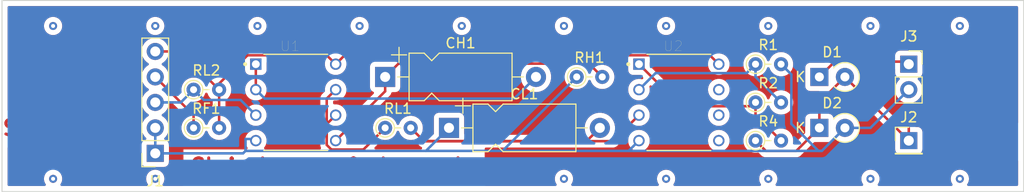
<source format=kicad_pcb>
(kicad_pcb (version 20171130) (host pcbnew "(5.1.9)-1")

  (general
    (thickness 1.6)
    (drawings 12)
    (tracks 95)
    (zones 0)
    (modules 16)
    (nets 13)
  )

  (page A4)
  (layers
    (0 F.Cu signal)
    (31 B.Cu signal)
    (32 B.Adhes user)
    (33 F.Adhes user)
    (34 B.Paste user)
    (35 F.Paste user)
    (36 B.SilkS user)
    (37 F.SilkS user)
    (38 B.Mask user)
    (39 F.Mask user)
    (40 Dwgs.User user)
    (41 Cmts.User user)
    (42 Eco1.User user)
    (43 Eco2.User user)
    (44 Edge.Cuts user)
    (45 Margin user)
    (46 B.CrtYd user)
    (47 F.CrtYd user)
    (48 B.Fab user)
    (49 F.Fab user)
  )

  (setup
    (last_trace_width 0.25)
    (trace_clearance 0.2)
    (zone_clearance 0.508)
    (zone_45_only no)
    (trace_min 0.2)
    (via_size 0.8)
    (via_drill 0.4)
    (via_min_size 0.4)
    (via_min_drill 0.3)
    (uvia_size 0.3)
    (uvia_drill 0.1)
    (uvias_allowed no)
    (uvia_min_size 0.2)
    (uvia_min_drill 0.1)
    (edge_width 0.05)
    (segment_width 0.2)
    (pcb_text_width 0.3)
    (pcb_text_size 1.5 1.5)
    (mod_edge_width 0.12)
    (mod_text_size 1 1)
    (mod_text_width 0.15)
    (pad_size 1.524 1.524)
    (pad_drill 0.762)
    (pad_to_mask_clearance 0)
    (aux_axis_origin 0 0)
    (visible_elements 7FFFFFFF)
    (pcbplotparams
      (layerselection 0x010fc_ffffffff)
      (usegerberextensions false)
      (usegerberattributes true)
      (usegerberadvancedattributes true)
      (creategerberjobfile true)
      (excludeedgelayer true)
      (linewidth 0.100000)
      (plotframeref false)
      (viasonmask false)
      (mode 1)
      (useauxorigin false)
      (hpglpennumber 1)
      (hpglpenspeed 20)
      (hpglpendiameter 15.000000)
      (psnegative false)
      (psa4output false)
      (plotreference true)
      (plotvalue true)
      (plotinvisibletext false)
      (padsonsilk false)
      (subtractmaskfromsilk false)
      (outputformat 1)
      (mirror false)
      (drillshape 0)
      (scaleselection 1)
      (outputdirectory ""))
  )

  (net 0 "")
  (net 1 "Net-(CH1-Pad2)")
  (net 2 "Net-(CH1-Pad1)")
  (net 3 "Net-(CL1-Pad2)")
  (net 4 "Net-(R1-Pad1)")
  (net 5 "Net-(R2-Pad1)")
  (net 6 "Net-(RL1-Pad1)")
  (net 7 "Net-(CL1-Pad1)")
  (net 8 "Net-(D1-Pad2)")
  (net 9 "Net-(D1-Pad1)")
  (net 10 "Net-(J1-Pad4)")
  (net 11 "Net-(J1-Pad5)")
  (net 12 "Net-(J1-Pad3)")

  (net_class Default "This is the default net class."
    (clearance 0.2)
    (trace_width 0.25)
    (via_dia 0.8)
    (via_drill 0.4)
    (uvia_dia 0.3)
    (uvia_drill 0.1)
    (add_net "Net-(CH1-Pad1)")
    (add_net "Net-(CH1-Pad2)")
    (add_net "Net-(CL1-Pad1)")
    (add_net "Net-(CL1-Pad2)")
    (add_net "Net-(D1-Pad1)")
    (add_net "Net-(D1-Pad2)")
    (add_net "Net-(J1-Pad3)")
    (add_net "Net-(J1-Pad4)")
    (add_net "Net-(J1-Pad5)")
    (add_net "Net-(R1-Pad1)")
    (add_net "Net-(R2-Pad1)")
    (add_net "Net-(RL1-Pad1)")
  )

  (module Diode_THT:D_A-405_P2.54mm_Vertical_KathodeUp (layer F.Cu) (tedit 5AE50CD5) (tstamp 60780E38)
    (at 137.16 95.25)
    (descr "Diode, A-405 series, Axial, Vertical, pin pitch=2.54mm, , length*diameter=5.2*2.7mm^2, , http://www.diodes.com/_files/packages/A-405.pdf")
    (tags "Diode A-405 series Axial Vertical pin pitch 2.54mm  length 5.2mm diameter 2.7mm")
    (path /6074E336)
    (fp_text reference D1 (at 1.27 -2.47) (layer F.SilkS)
      (effects (font (size 1 1) (thickness 0.15)))
    )
    (fp_text value D_Schottky (at 1.27 3.359) (layer F.Fab)
      (effects (font (size 1 1) (thickness 0.15)))
    )
    (fp_line (start 4.15 -1.6) (end -1.15 -1.6) (layer F.CrtYd) (width 0.05))
    (fp_line (start 4.15 1.6) (end 4.15 -1.6) (layer F.CrtYd) (width 0.05))
    (fp_line (start -1.15 1.6) (end 4.15 1.6) (layer F.CrtYd) (width 0.05))
    (fp_line (start -1.15 -1.6) (end -1.15 1.6) (layer F.CrtYd) (width 0.05))
    (fp_line (start 0 0) (end 2.54 0) (layer F.Fab) (width 0.1))
    (fp_circle (center 2.54 0) (end 3.89 0) (layer F.Fab) (width 0.1))
    (fp_text user K (at -1.9 0) (layer F.SilkS)
      (effects (font (size 1 1) (thickness 0.15)))
    )
    (fp_text user K (at -1.9 0) (layer F.Fab)
      (effects (font (size 1 1) (thickness 0.15)))
    )
    (fp_text user %R (at 1.27 -2.47) (layer F.Fab)
      (effects (font (size 1 1) (thickness 0.15)))
    )
    (fp_arc (start 2.54 0) (end 1.426761 -0.9) (angle 278.451986) (layer F.SilkS) (width 0.12))
    (pad 2 thru_hole oval (at 2.54 0) (size 1.8 1.8) (drill 0.9) (layers *.Cu *.Mask)
      (net 8 "Net-(D1-Pad2)"))
    (pad 1 thru_hole rect (at 0 0) (size 1.8 1.8) (drill 0.9) (layers *.Cu *.Mask)
      (net 9 "Net-(D1-Pad1)"))
    (model ${KISYS3DMOD}/Diode_THT.3dshapes/D_A-405_P2.54mm_Vertical_KathodeUp.wrl
      (at (xyz 0 0 0))
      (scale (xyz 1 1 1))
      (rotate (xyz 0 0 0))
    )
  )

  (module Connector_PinSocket_2.54mm:PinSocket_1x02_P2.54mm_Vertical (layer F.Cu) (tedit 5A19A420) (tstamp 607802B9)
    (at 146.05 93.98)
    (descr "Through hole straight socket strip, 1x02, 2.54mm pitch, single row (from Kicad 4.0.7), script generated")
    (tags "Through hole socket strip THT 1x02 2.54mm single row")
    (path /609191F9)
    (fp_text reference J3 (at 0 -2.77) (layer F.SilkS)
      (effects (font (size 1 1) (thickness 0.15)))
    )
    (fp_text value Conn_01x02_Female (at 0 5.31) (layer F.Fab)
      (effects (font (size 1 1) (thickness 0.15)))
    )
    (fp_line (start -1.8 4.3) (end -1.8 -1.8) (layer F.CrtYd) (width 0.05))
    (fp_line (start 1.75 4.3) (end -1.8 4.3) (layer F.CrtYd) (width 0.05))
    (fp_line (start 1.75 -1.8) (end 1.75 4.3) (layer F.CrtYd) (width 0.05))
    (fp_line (start -1.8 -1.8) (end 1.75 -1.8) (layer F.CrtYd) (width 0.05))
    (fp_line (start 0 -1.33) (end 1.33 -1.33) (layer F.SilkS) (width 0.12))
    (fp_line (start 1.33 -1.33) (end 1.33 0) (layer F.SilkS) (width 0.12))
    (fp_line (start 1.33 1.27) (end 1.33 3.87) (layer F.SilkS) (width 0.12))
    (fp_line (start -1.33 3.87) (end 1.33 3.87) (layer F.SilkS) (width 0.12))
    (fp_line (start -1.33 1.27) (end -1.33 3.87) (layer F.SilkS) (width 0.12))
    (fp_line (start -1.33 1.27) (end 1.33 1.27) (layer F.SilkS) (width 0.12))
    (fp_line (start -1.27 3.81) (end -1.27 -1.27) (layer F.Fab) (width 0.1))
    (fp_line (start 1.27 3.81) (end -1.27 3.81) (layer F.Fab) (width 0.1))
    (fp_line (start 1.27 -0.635) (end 1.27 3.81) (layer F.Fab) (width 0.1))
    (fp_line (start 0.635 -1.27) (end 1.27 -0.635) (layer F.Fab) (width 0.1))
    (fp_line (start -1.27 -1.27) (end 0.635 -1.27) (layer F.Fab) (width 0.1))
    (fp_text user %R (at 0 1.27 90) (layer F.Fab)
      (effects (font (size 1 1) (thickness 0.15)))
    )
    (pad 2 thru_hole oval (at 0 2.54) (size 1.7 1.7) (drill 1) (layers *.Cu *.Mask)
      (net 7 "Net-(CL1-Pad1)"))
    (pad 1 thru_hole rect (at 0 0) (size 1.7 1.7) (drill 1) (layers *.Cu *.Mask)
      (net 9 "Net-(D1-Pad1)"))
    (model ${KISYS3DMOD}/Connector_PinSocket_2.54mm.3dshapes/PinSocket_1x02_P2.54mm_Vertical.wrl
      (at (xyz 0 0 0))
      (scale (xyz 1 1 1))
      (rotate (xyz 0 0 0))
    )
  )

  (module Connector_PinHeader_2.54mm:PinHeader_1x01_P2.54mm_Vertical (layer F.Cu) (tedit 59FED5CC) (tstamp 607802A3)
    (at 146.05 101.6)
    (descr "Through hole straight pin header, 1x01, 2.54mm pitch, single row")
    (tags "Through hole pin header THT 1x01 2.54mm single row")
    (path /608D10F5)
    (fp_text reference J2 (at 0 -2.33) (layer F.SilkS)
      (effects (font (size 1 1) (thickness 0.15)))
    )
    (fp_text value Conn_01x01_Male (at 0 2.33) (layer F.Fab)
      (effects (font (size 1 1) (thickness 0.15)))
    )
    (fp_line (start 1.8 -1.8) (end -1.8 -1.8) (layer F.CrtYd) (width 0.05))
    (fp_line (start 1.8 1.8) (end 1.8 -1.8) (layer F.CrtYd) (width 0.05))
    (fp_line (start -1.8 1.8) (end 1.8 1.8) (layer F.CrtYd) (width 0.05))
    (fp_line (start -1.8 -1.8) (end -1.8 1.8) (layer F.CrtYd) (width 0.05))
    (fp_line (start -1.33 -1.33) (end 0 -1.33) (layer F.SilkS) (width 0.12))
    (fp_line (start -1.33 0) (end -1.33 -1.33) (layer F.SilkS) (width 0.12))
    (fp_line (start -1.33 1.27) (end 1.33 1.27) (layer F.SilkS) (width 0.12))
    (fp_line (start 1.33 1.27) (end 1.33 1.33) (layer F.SilkS) (width 0.12))
    (fp_line (start -1.33 1.27) (end -1.33 1.33) (layer F.SilkS) (width 0.12))
    (fp_line (start -1.33 1.33) (end 1.33 1.33) (layer F.SilkS) (width 0.12))
    (fp_line (start -1.27 -0.635) (end -0.635 -1.27) (layer F.Fab) (width 0.1))
    (fp_line (start -1.27 1.27) (end -1.27 -0.635) (layer F.Fab) (width 0.1))
    (fp_line (start 1.27 1.27) (end -1.27 1.27) (layer F.Fab) (width 0.1))
    (fp_line (start 1.27 -1.27) (end 1.27 1.27) (layer F.Fab) (width 0.1))
    (fp_line (start -0.635 -1.27) (end 1.27 -1.27) (layer F.Fab) (width 0.1))
    (fp_text user %R (at 0 0 90) (layer F.Fab)
      (effects (font (size 1 1) (thickness 0.15)))
    )
    (pad 1 thru_hole rect (at 0 0) (size 1.7 1.7) (drill 1) (layers *.Cu *.Mask)
      (net 8 "Net-(D1-Pad2)"))
    (model ${KISYS3DMOD}/Connector_PinHeader_2.54mm.3dshapes/PinHeader_1x01_P2.54mm_Vertical.wrl
      (at (xyz 0 0 0))
      (scale (xyz 1 1 1))
      (rotate (xyz 0 0 0))
    )
  )

  (module Connector_PinSocket_2.54mm:PinSocket_1x05_P2.54mm_Vertical (layer F.Cu) (tedit 5A19A420) (tstamp 6078028E)
    (at 71.12 102.87 180)
    (descr "Through hole straight socket strip, 1x05, 2.54mm pitch, single row (from Kicad 4.0.7), script generated")
    (tags "Through hole socket strip THT 1x05 2.54mm single row")
    (path /6090265B)
    (fp_text reference J1 (at 0 -2.77) (layer F.SilkS)
      (effects (font (size 1 1) (thickness 0.15)))
    )
    (fp_text value Conn_01x05_Female (at 0 12.93) (layer F.Fab)
      (effects (font (size 1 1) (thickness 0.15)))
    )
    (fp_line (start -1.8 11.9) (end -1.8 -1.8) (layer F.CrtYd) (width 0.05))
    (fp_line (start 1.75 11.9) (end -1.8 11.9) (layer F.CrtYd) (width 0.05))
    (fp_line (start 1.75 -1.8) (end 1.75 11.9) (layer F.CrtYd) (width 0.05))
    (fp_line (start -1.8 -1.8) (end 1.75 -1.8) (layer F.CrtYd) (width 0.05))
    (fp_line (start 0 -1.33) (end 1.33 -1.33) (layer F.SilkS) (width 0.12))
    (fp_line (start 1.33 -1.33) (end 1.33 0) (layer F.SilkS) (width 0.12))
    (fp_line (start 1.33 1.27) (end 1.33 11.49) (layer F.SilkS) (width 0.12))
    (fp_line (start -1.33 11.49) (end 1.33 11.49) (layer F.SilkS) (width 0.12))
    (fp_line (start -1.33 1.27) (end -1.33 11.49) (layer F.SilkS) (width 0.12))
    (fp_line (start -1.33 1.27) (end 1.33 1.27) (layer F.SilkS) (width 0.12))
    (fp_line (start -1.27 11.43) (end -1.27 -1.27) (layer F.Fab) (width 0.1))
    (fp_line (start 1.27 11.43) (end -1.27 11.43) (layer F.Fab) (width 0.1))
    (fp_line (start 1.27 -0.635) (end 1.27 11.43) (layer F.Fab) (width 0.1))
    (fp_line (start 0.635 -1.27) (end 1.27 -0.635) (layer F.Fab) (width 0.1))
    (fp_line (start -1.27 -1.27) (end 0.635 -1.27) (layer F.Fab) (width 0.1))
    (fp_text user %R (at 0 5.08 90) (layer F.Fab)
      (effects (font (size 1 1) (thickness 0.15)))
    )
    (pad 5 thru_hole oval (at 0 10.16 180) (size 1.7 1.7) (drill 1) (layers *.Cu *.Mask)
      (net 11 "Net-(J1-Pad5)"))
    (pad 4 thru_hole oval (at 0 7.62 180) (size 1.7 1.7) (drill 1) (layers *.Cu *.Mask)
      (net 10 "Net-(J1-Pad4)"))
    (pad 3 thru_hole oval (at 0 5.08 180) (size 1.7 1.7) (drill 1) (layers *.Cu *.Mask)
      (net 12 "Net-(J1-Pad3)"))
    (pad 2 thru_hole oval (at 0 2.54 180) (size 1.7 1.7) (drill 1) (layers *.Cu *.Mask)
      (net 7 "Net-(CL1-Pad1)"))
    (pad 1 thru_hole rect (at 0 0 180) (size 1.7 1.7) (drill 1) (layers *.Cu *.Mask)
      (net 7 "Net-(CL1-Pad1)"))
    (model ${KISYS3DMOD}/Connector_PinSocket_2.54mm.3dshapes/PinSocket_1x05_P2.54mm_Vertical.wrl
      (at (xyz 0 0 0))
      (scale (xyz 1 1 1))
      (rotate (xyz 0 0 0))
    )
  )

  (module Diode_THT:D_A-405_P2.54mm_Vertical_KathodeUp (layer F.Cu) (tedit 5AE50CD5) (tstamp 6077CCA7)
    (at 137.16 100.33)
    (descr "Diode, A-405 series, Axial, Vertical, pin pitch=2.54mm, , length*diameter=5.2*2.7mm^2, , http://www.diodes.com/_files/packages/A-405.pdf")
    (tags "Diode A-405 series Axial Vertical pin pitch 2.54mm  length 5.2mm diameter 2.7mm")
    (path /6074EBA1)
    (fp_text reference D2 (at 1.27 -2.47) (layer F.SilkS)
      (effects (font (size 1 1) (thickness 0.15)))
    )
    (fp_text value D_Schottky (at 1.27 3.359) (layer F.Fab)
      (effects (font (size 1 1) (thickness 0.15)))
    )
    (fp_circle (center 2.54 0) (end 3.89 0) (layer F.Fab) (width 0.1))
    (fp_line (start 0 0) (end 2.54 0) (layer F.Fab) (width 0.1))
    (fp_line (start -1.15 -1.6) (end -1.15 1.6) (layer F.CrtYd) (width 0.05))
    (fp_line (start -1.15 1.6) (end 4.15 1.6) (layer F.CrtYd) (width 0.05))
    (fp_line (start 4.15 1.6) (end 4.15 -1.6) (layer F.CrtYd) (width 0.05))
    (fp_line (start 4.15 -1.6) (end -1.15 -1.6) (layer F.CrtYd) (width 0.05))
    (fp_text user K (at -1.9 0) (layer F.SilkS)
      (effects (font (size 1 1) (thickness 0.15)))
    )
    (fp_text user K (at -1.9 0) (layer F.Fab)
      (effects (font (size 1 1) (thickness 0.15)))
    )
    (fp_text user %R (at 1.27 -2.47) (layer F.Fab)
      (effects (font (size 1 1) (thickness 0.15)))
    )
    (fp_arc (start 2.54 0) (end 1.426761 -0.9) (angle 278.451986) (layer F.SilkS) (width 0.12))
    (pad 2 thru_hole oval (at 2.54 0) (size 1.8 1.8) (drill 0.9) (layers *.Cu *.Mask)
      (net 7 "Net-(CL1-Pad1)"))
    (pad 1 thru_hole rect (at 0 0) (size 1.8 1.8) (drill 0.9) (layers *.Cu *.Mask)
      (net 8 "Net-(D1-Pad2)"))
    (model ${KISYS3DMOD}/Diode_THT.3dshapes/D_A-405_P2.54mm_Vertical_KathodeUp.wrl
      (at (xyz 0 0 0))
      (scale (xyz 1 1 1))
      (rotate (xyz 0 0 0))
    )
  )

  (module TLC277CP:DIP794W45P254L959H508Q8 (layer F.Cu) (tedit 60739D63) (tstamp 60779189)
    (at 123.19 97.79)
    (path /607BA6B8)
    (fp_text reference U2 (at -0.565 -5.607) (layer F.SilkS)
      (effects (font (size 1 1) (thickness 0.015)))
    )
    (fp_text value TLC277 (at 10.865 5.607) (layer F.Fab)
      (effects (font (size 1 1) (thickness 0.015)))
    )
    (fp_circle (center -5.035 -3.81) (end -4.935 -3.81) (layer F.SilkS) (width 0.2))
    (fp_circle (center -5.035 -3.81) (end -4.935 -3.81) (layer F.Fab) (width 0.2))
    (fp_line (start -3.175 -4.795) (end 3.175 -4.795) (layer F.Fab) (width 0.127))
    (fp_line (start -3.175 4.795) (end 3.175 4.795) (layer F.Fab) (width 0.127))
    (fp_line (start -3.175 -4.795) (end 3.175 -4.795) (layer F.SilkS) (width 0.127))
    (fp_line (start -3.175 4.795) (end 3.175 4.795) (layer F.SilkS) (width 0.127))
    (fp_line (start -3.175 -4.795) (end -3.175 4.795) (layer F.Fab) (width 0.127))
    (fp_line (start 3.175 -4.795) (end 3.175 4.795) (layer F.Fab) (width 0.127))
    (fp_line (start 4.785 -5.045) (end -4.785 -5.045) (layer F.CrtYd) (width 0.05))
    (fp_line (start 4.785 5.045) (end -4.785 5.045) (layer F.CrtYd) (width 0.05))
    (fp_line (start 4.785 -5.045) (end 4.785 5.045) (layer F.CrtYd) (width 0.05))
    (fp_line (start -4.785 -5.045) (end -4.785 5.045) (layer F.CrtYd) (width 0.05))
    (pad 8 thru_hole circle (at 3.97 -3.81) (size 1.13 1.13) (drill 0.78) (layers *.Cu *.Mask)
      (net 11 "Net-(J1-Pad5)"))
    (pad 7 thru_hole circle (at 3.97 -1.27) (size 1.13 1.13) (drill 0.78) (layers *.Cu *.Mask))
    (pad 6 thru_hole circle (at 3.97 1.27) (size 1.13 1.13) (drill 0.78) (layers *.Cu *.Mask))
    (pad 5 thru_hole circle (at 3.97 3.81) (size 1.13 1.13) (drill 0.78) (layers *.Cu *.Mask))
    (pad 4 thru_hole circle (at -3.97 3.81) (size 1.13 1.13) (drill 0.78) (layers *.Cu *.Mask)
      (net 7 "Net-(CL1-Pad1)"))
    (pad 3 thru_hole circle (at -3.97 1.27) (size 1.13 1.13) (drill 0.78) (layers *.Cu *.Mask)
      (net 3 "Net-(CL1-Pad2)"))
    (pad 2 thru_hole circle (at -3.97 -1.27) (size 1.13 1.13) (drill 0.78) (layers *.Cu *.Mask)
      (net 4 "Net-(R1-Pad1)"))
    (pad 1 thru_hole rect (at -3.97 -3.81) (size 1.13 1.13) (drill 0.78) (layers *.Cu *.Mask)
      (net 5 "Net-(R2-Pad1)"))
  )

  (module TLC277CP:DIP794W45P254L959H508Q8 (layer F.Cu) (tedit 60739D63) (tstamp 60779171)
    (at 85.09 97.79)
    (path /607B5CEA)
    (fp_text reference U1 (at -0.565 -5.607) (layer F.SilkS)
      (effects (font (size 1 1) (thickness 0.015)))
    )
    (fp_text value TLC277 (at 10.865 5.607) (layer F.Fab)
      (effects (font (size 1 1) (thickness 0.015)))
    )
    (fp_circle (center -5.035 -3.81) (end -4.935 -3.81) (layer F.SilkS) (width 0.2))
    (fp_circle (center -5.035 -3.81) (end -4.935 -3.81) (layer F.Fab) (width 0.2))
    (fp_line (start -3.175 -4.795) (end 3.175 -4.795) (layer F.Fab) (width 0.127))
    (fp_line (start -3.175 4.795) (end 3.175 4.795) (layer F.Fab) (width 0.127))
    (fp_line (start -3.175 -4.795) (end 3.175 -4.795) (layer F.SilkS) (width 0.127))
    (fp_line (start -3.175 4.795) (end 3.175 4.795) (layer F.SilkS) (width 0.127))
    (fp_line (start -3.175 -4.795) (end -3.175 4.795) (layer F.Fab) (width 0.127))
    (fp_line (start 3.175 -4.795) (end 3.175 4.795) (layer F.Fab) (width 0.127))
    (fp_line (start 4.785 -5.045) (end -4.785 -5.045) (layer F.CrtYd) (width 0.05))
    (fp_line (start 4.785 5.045) (end -4.785 5.045) (layer F.CrtYd) (width 0.05))
    (fp_line (start 4.785 -5.045) (end 4.785 5.045) (layer F.CrtYd) (width 0.05))
    (fp_line (start -4.785 -5.045) (end -4.785 5.045) (layer F.CrtYd) (width 0.05))
    (pad 8 thru_hole circle (at 3.97 -3.81) (size 1.13 1.13) (drill 0.78) (layers *.Cu *.Mask)
      (net 11 "Net-(J1-Pad5)"))
    (pad 7 thru_hole circle (at 3.97 -1.27) (size 1.13 1.13) (drill 0.78) (layers *.Cu *.Mask)
      (net 6 "Net-(RL1-Pad1)"))
    (pad 6 thru_hole circle (at 3.97 1.27) (size 1.13 1.13) (drill 0.78) (layers *.Cu *.Mask)
      (net 6 "Net-(RL1-Pad1)"))
    (pad 5 thru_hole circle (at 3.97 3.81) (size 1.13 1.13) (drill 0.78) (layers *.Cu *.Mask)
      (net 2 "Net-(CH1-Pad1)"))
    (pad 4 thru_hole circle (at -3.97 3.81) (size 1.13 1.13) (drill 0.78) (layers *.Cu *.Mask)
      (net 7 "Net-(CL1-Pad1)"))
    (pad 3 thru_hole circle (at -3.97 1.27) (size 1.13 1.13) (drill 0.78) (layers *.Cu *.Mask)
      (net 12 "Net-(J1-Pad3)"))
    (pad 2 thru_hole circle (at -3.97 -1.27) (size 1.13 1.13) (drill 0.78) (layers *.Cu *.Mask)
      (net 1 "Net-(CH1-Pad2)"))
    (pad 1 thru_hole rect (at -3.97 -3.81) (size 1.13 1.13) (drill 0.78) (layers *.Cu *.Mask)
      (net 1 "Net-(CH1-Pad2)"))
  )

  (module Resistor_THT:R_Axial_DIN0204_L3.6mm_D1.6mm_P2.54mm_Vertical (layer F.Cu) (tedit 5AE5139B) (tstamp 60779159)
    (at 74.93 96.52)
    (descr "Resistor, Axial_DIN0204 series, Axial, Vertical, pin pitch=2.54mm, 0.167W, length*diameter=3.6*1.6mm^2, http://cdn-reichelt.de/documents/datenblatt/B400/1_4W%23YAG.pdf")
    (tags "Resistor Axial_DIN0204 series Axial Vertical pin pitch 2.54mm 0.167W length 3.6mm diameter 1.6mm")
    (path /60780AE9)
    (fp_text reference RL2 (at 1.27 -1.92) (layer F.SilkS)
      (effects (font (size 1 1) (thickness 0.15)))
    )
    (fp_text value 10k (at 1.27 1.92) (layer F.Fab)
      (effects (font (size 1 1) (thickness 0.15)))
    )
    (fp_circle (center 0 0) (end 0.8 0) (layer F.Fab) (width 0.1))
    (fp_circle (center 0 0) (end 0.92 0) (layer F.SilkS) (width 0.12))
    (fp_line (start 0 0) (end 2.54 0) (layer F.Fab) (width 0.1))
    (fp_line (start 0.92 0) (end 1.54 0) (layer F.SilkS) (width 0.12))
    (fp_line (start -1.05 -1.05) (end -1.05 1.05) (layer F.CrtYd) (width 0.05))
    (fp_line (start -1.05 1.05) (end 3.49 1.05) (layer F.CrtYd) (width 0.05))
    (fp_line (start 3.49 1.05) (end 3.49 -1.05) (layer F.CrtYd) (width 0.05))
    (fp_line (start 3.49 -1.05) (end -1.05 -1.05) (layer F.CrtYd) (width 0.05))
    (fp_text user %R (at 1.27 -1.92) (layer F.Fab)
      (effects (font (size 1 1) (thickness 0.15)))
    )
    (pad 2 thru_hole oval (at 2.54 0) (size 1.4 1.4) (drill 0.7) (layers *.Cu *.Mask)
      (net 11 "Net-(J1-Pad5)"))
    (pad 1 thru_hole circle (at 0 0) (size 1.4 1.4) (drill 0.7) (layers *.Cu *.Mask)
      (net 12 "Net-(J1-Pad3)"))
    (model ${KISYS3DMOD}/Resistor_THT.3dshapes/R_Axial_DIN0204_L3.6mm_D1.6mm_P2.54mm_Vertical.wrl
      (at (xyz 0 0 0))
      (scale (xyz 1 1 1))
      (rotate (xyz 0 0 0))
    )
  )

  (module Resistor_THT:R_Axial_DIN0204_L3.6mm_D1.6mm_P2.54mm_Vertical (layer F.Cu) (tedit 5AE5139B) (tstamp 6077914A)
    (at 93.98 100.33)
    (descr "Resistor, Axial_DIN0204 series, Axial, Vertical, pin pitch=2.54mm, 0.167W, length*diameter=3.6*1.6mm^2, http://cdn-reichelt.de/documents/datenblatt/B400/1_4W%23YAG.pdf")
    (tags "Resistor Axial_DIN0204 series Axial Vertical pin pitch 2.54mm 0.167W length 3.6mm diameter 1.6mm")
    (path /6073D1BB)
    (fp_text reference RL1 (at 1.27 -1.92) (layer F.SilkS)
      (effects (font (size 1 1) (thickness 0.15)))
    )
    (fp_text value 12k (at 1.27 1.92) (layer F.Fab)
      (effects (font (size 1 1) (thickness 0.15)))
    )
    (fp_circle (center 0 0) (end 0.8 0) (layer F.Fab) (width 0.1))
    (fp_circle (center 0 0) (end 0.92 0) (layer F.SilkS) (width 0.12))
    (fp_line (start 0 0) (end 2.54 0) (layer F.Fab) (width 0.1))
    (fp_line (start 0.92 0) (end 1.54 0) (layer F.SilkS) (width 0.12))
    (fp_line (start -1.05 -1.05) (end -1.05 1.05) (layer F.CrtYd) (width 0.05))
    (fp_line (start -1.05 1.05) (end 3.49 1.05) (layer F.CrtYd) (width 0.05))
    (fp_line (start 3.49 1.05) (end 3.49 -1.05) (layer F.CrtYd) (width 0.05))
    (fp_line (start 3.49 -1.05) (end -1.05 -1.05) (layer F.CrtYd) (width 0.05))
    (fp_text user %R (at 1.27 -1.92) (layer F.Fab)
      (effects (font (size 1 1) (thickness 0.15)))
    )
    (pad 2 thru_hole oval (at 2.54 0) (size 1.4 1.4) (drill 0.7) (layers *.Cu *.Mask)
      (net 3 "Net-(CL1-Pad2)"))
    (pad 1 thru_hole circle (at 0 0) (size 1.4 1.4) (drill 0.7) (layers *.Cu *.Mask)
      (net 6 "Net-(RL1-Pad1)"))
    (model ${KISYS3DMOD}/Resistor_THT.3dshapes/R_Axial_DIN0204_L3.6mm_D1.6mm_P2.54mm_Vertical.wrl
      (at (xyz 0 0 0))
      (scale (xyz 1 1 1))
      (rotate (xyz 0 0 0))
    )
  )

  (module Resistor_THT:R_Axial_DIN0204_L3.6mm_D1.6mm_P2.54mm_Vertical (layer F.Cu) (tedit 5AE5139B) (tstamp 6077913B)
    (at 113.03 95.25)
    (descr "Resistor, Axial_DIN0204 series, Axial, Vertical, pin pitch=2.54mm, 0.167W, length*diameter=3.6*1.6mm^2, http://cdn-reichelt.de/documents/datenblatt/B400/1_4W%23YAG.pdf")
    (tags "Resistor Axial_DIN0204 series Axial Vertical pin pitch 2.54mm 0.167W length 3.6mm diameter 1.6mm")
    (path /6073BC6D)
    (fp_text reference RH1 (at 1.27 -1.92) (layer F.SilkS)
      (effects (font (size 1 1) (thickness 0.15)))
    )
    (fp_text value 33k (at 1.27 1.92) (layer F.Fab)
      (effects (font (size 1 1) (thickness 0.15)))
    )
    (fp_circle (center 0 0) (end 0.8 0) (layer F.Fab) (width 0.1))
    (fp_circle (center 0 0) (end 0.92 0) (layer F.SilkS) (width 0.12))
    (fp_line (start 0 0) (end 2.54 0) (layer F.Fab) (width 0.1))
    (fp_line (start 0.92 0) (end 1.54 0) (layer F.SilkS) (width 0.12))
    (fp_line (start -1.05 -1.05) (end -1.05 1.05) (layer F.CrtYd) (width 0.05))
    (fp_line (start -1.05 1.05) (end 3.49 1.05) (layer F.CrtYd) (width 0.05))
    (fp_line (start 3.49 1.05) (end 3.49 -1.05) (layer F.CrtYd) (width 0.05))
    (fp_line (start 3.49 -1.05) (end -1.05 -1.05) (layer F.CrtYd) (width 0.05))
    (fp_text user %R (at 1.27 -1.92) (layer F.Fab)
      (effects (font (size 1 1) (thickness 0.15)))
    )
    (pad 2 thru_hole oval (at 2.54 0) (size 1.4 1.4) (drill 0.7) (layers *.Cu *.Mask)
      (net 2 "Net-(CH1-Pad1)"))
    (pad 1 thru_hole circle (at 0 0) (size 1.4 1.4) (drill 0.7) (layers *.Cu *.Mask)
      (net 7 "Net-(CL1-Pad1)"))
    (model ${KISYS3DMOD}/Resistor_THT.3dshapes/R_Axial_DIN0204_L3.6mm_D1.6mm_P2.54mm_Vertical.wrl
      (at (xyz 0 0 0))
      (scale (xyz 1 1 1))
      (rotate (xyz 0 0 0))
    )
  )

  (module Resistor_THT:R_Axial_DIN0204_L3.6mm_D1.6mm_P2.54mm_Vertical (layer F.Cu) (tedit 5AE5139B) (tstamp 6077912C)
    (at 74.93 100.33)
    (descr "Resistor, Axial_DIN0204 series, Axial, Vertical, pin pitch=2.54mm, 0.167W, length*diameter=3.6*1.6mm^2, http://cdn-reichelt.de/documents/datenblatt/B400/1_4W%23YAG.pdf")
    (tags "Resistor Axial_DIN0204 series Axial Vertical pin pitch 2.54mm 0.167W length 3.6mm diameter 1.6mm")
    (path /60780EF2)
    (fp_text reference RF1 (at 1.27 -1.92) (layer F.SilkS)
      (effects (font (size 1 1) (thickness 0.15)))
    )
    (fp_text value 82.5 (at 1.27 1.92) (layer F.Fab)
      (effects (font (size 1 1) (thickness 0.15)))
    )
    (fp_circle (center 0 0) (end 0.8 0) (layer F.Fab) (width 0.1))
    (fp_circle (center 0 0) (end 0.92 0) (layer F.SilkS) (width 0.12))
    (fp_line (start 0 0) (end 2.54 0) (layer F.Fab) (width 0.1))
    (fp_line (start 0.92 0) (end 1.54 0) (layer F.SilkS) (width 0.12))
    (fp_line (start -1.05 -1.05) (end -1.05 1.05) (layer F.CrtYd) (width 0.05))
    (fp_line (start -1.05 1.05) (end 3.49 1.05) (layer F.CrtYd) (width 0.05))
    (fp_line (start 3.49 1.05) (end 3.49 -1.05) (layer F.CrtYd) (width 0.05))
    (fp_line (start 3.49 -1.05) (end -1.05 -1.05) (layer F.CrtYd) (width 0.05))
    (fp_text user %R (at 1.27 -1.92) (layer F.Fab)
      (effects (font (size 1 1) (thickness 0.15)))
    )
    (pad 2 thru_hole oval (at 2.54 0) (size 1.4 1.4) (drill 0.7) (layers *.Cu *.Mask)
      (net 11 "Net-(J1-Pad5)"))
    (pad 1 thru_hole circle (at 0 0) (size 1.4 1.4) (drill 0.7) (layers *.Cu *.Mask)
      (net 10 "Net-(J1-Pad4)"))
    (model ${KISYS3DMOD}/Resistor_THT.3dshapes/R_Axial_DIN0204_L3.6mm_D1.6mm_P2.54mm_Vertical.wrl
      (at (xyz 0 0 0))
      (scale (xyz 1 1 1))
      (rotate (xyz 0 0 0))
    )
  )

  (module Resistor_THT:R_Axial_DIN0204_L3.6mm_D1.6mm_P2.54mm_Vertical (layer F.Cu) (tedit 5AE5139B) (tstamp 6077911D)
    (at 130.81 101.6)
    (descr "Resistor, Axial_DIN0204 series, Axial, Vertical, pin pitch=2.54mm, 0.167W, length*diameter=3.6*1.6mm^2, http://cdn-reichelt.de/documents/datenblatt/B400/1_4W%23YAG.pdf")
    (tags "Resistor Axial_DIN0204 series Axial Vertical pin pitch 2.54mm 0.167W length 3.6mm diameter 1.6mm")
    (path /6074D148)
    (fp_text reference R4 (at 1.27 -1.92) (layer F.SilkS)
      (effects (font (size 1 1) (thickness 0.15)))
    )
    (fp_text value 100 (at 1.27 1.92) (layer F.Fab)
      (effects (font (size 1 1) (thickness 0.15)))
    )
    (fp_circle (center 0 0) (end 0.8 0) (layer F.Fab) (width 0.1))
    (fp_circle (center 0 0) (end 0.92 0) (layer F.SilkS) (width 0.12))
    (fp_line (start 0 0) (end 2.54 0) (layer F.Fab) (width 0.1))
    (fp_line (start 0.92 0) (end 1.54 0) (layer F.SilkS) (width 0.12))
    (fp_line (start -1.05 -1.05) (end -1.05 1.05) (layer F.CrtYd) (width 0.05))
    (fp_line (start -1.05 1.05) (end 3.49 1.05) (layer F.CrtYd) (width 0.05))
    (fp_line (start 3.49 1.05) (end 3.49 -1.05) (layer F.CrtYd) (width 0.05))
    (fp_line (start 3.49 -1.05) (end -1.05 -1.05) (layer F.CrtYd) (width 0.05))
    (fp_text user %R (at 1.27 -1.92) (layer F.Fab)
      (effects (font (size 1 1) (thickness 0.15)))
    )
    (pad 2 thru_hole oval (at 2.54 0) (size 1.4 1.4) (drill 0.7) (layers *.Cu *.Mask)
      (net 5 "Net-(R2-Pad1)"))
    (pad 1 thru_hole circle (at 0 0) (size 1.4 1.4) (drill 0.7) (layers *.Cu *.Mask)
      (net 8 "Net-(D1-Pad2)"))
    (model ${KISYS3DMOD}/Resistor_THT.3dshapes/R_Axial_DIN0204_L3.6mm_D1.6mm_P2.54mm_Vertical.wrl
      (at (xyz 0 0 0))
      (scale (xyz 1 1 1))
      (rotate (xyz 0 0 0))
    )
  )

  (module Resistor_THT:R_Axial_DIN0204_L3.6mm_D1.6mm_P2.54mm_Vertical (layer F.Cu) (tedit 5AE5139B) (tstamp 6077910E)
    (at 130.81 97.79)
    (descr "Resistor, Axial_DIN0204 series, Axial, Vertical, pin pitch=2.54mm, 0.167W, length*diameter=3.6*1.6mm^2, http://cdn-reichelt.de/documents/datenblatt/B400/1_4W%23YAG.pdf")
    (tags "Resistor Axial_DIN0204 series Axial Vertical pin pitch 2.54mm 0.167W length 3.6mm diameter 1.6mm")
    (path /607481B9)
    (fp_text reference R2 (at 1.27 -1.92) (layer F.SilkS)
      (effects (font (size 1 1) (thickness 0.15)))
    )
    (fp_text value 72k (at 1.27 1.92) (layer F.Fab)
      (effects (font (size 1 1) (thickness 0.15)))
    )
    (fp_circle (center 0 0) (end 0.8 0) (layer F.Fab) (width 0.1))
    (fp_circle (center 0 0) (end 0.92 0) (layer F.SilkS) (width 0.12))
    (fp_line (start 0 0) (end 2.54 0) (layer F.Fab) (width 0.1))
    (fp_line (start 0.92 0) (end 1.54 0) (layer F.SilkS) (width 0.12))
    (fp_line (start -1.05 -1.05) (end -1.05 1.05) (layer F.CrtYd) (width 0.05))
    (fp_line (start -1.05 1.05) (end 3.49 1.05) (layer F.CrtYd) (width 0.05))
    (fp_line (start 3.49 1.05) (end 3.49 -1.05) (layer F.CrtYd) (width 0.05))
    (fp_line (start 3.49 -1.05) (end -1.05 -1.05) (layer F.CrtYd) (width 0.05))
    (fp_text user %R (at 1.27 -1.92) (layer F.Fab)
      (effects (font (size 1 1) (thickness 0.15)))
    )
    (pad 2 thru_hole oval (at 2.54 0) (size 1.4 1.4) (drill 0.7) (layers *.Cu *.Mask)
      (net 4 "Net-(R1-Pad1)"))
    (pad 1 thru_hole circle (at 0 0) (size 1.4 1.4) (drill 0.7) (layers *.Cu *.Mask)
      (net 5 "Net-(R2-Pad1)"))
    (model ${KISYS3DMOD}/Resistor_THT.3dshapes/R_Axial_DIN0204_L3.6mm_D1.6mm_P2.54mm_Vertical.wrl
      (at (xyz 0 0 0))
      (scale (xyz 1 1 1))
      (rotate (xyz 0 0 0))
    )
  )

  (module Resistor_THT:R_Axial_DIN0204_L3.6mm_D1.6mm_P2.54mm_Vertical (layer F.Cu) (tedit 5AE5139B) (tstamp 607790FF)
    (at 130.81 93.98)
    (descr "Resistor, Axial_DIN0204 series, Axial, Vertical, pin pitch=2.54mm, 0.167W, length*diameter=3.6*1.6mm^2, http://cdn-reichelt.de/documents/datenblatt/B400/1_4W%23YAG.pdf")
    (tags "Resistor Axial_DIN0204 series Axial Vertical pin pitch 2.54mm 0.167W length 3.6mm diameter 1.6mm")
    (path /60747819)
    (fp_text reference R1 (at 1.27 -1.92) (layer F.SilkS)
      (effects (font (size 1 1) (thickness 0.15)))
    )
    (fp_text value 820 (at 1.27 1.92) (layer F.Fab)
      (effects (font (size 1 1) (thickness 0.15)))
    )
    (fp_circle (center 0 0) (end 0.8 0) (layer F.Fab) (width 0.1))
    (fp_circle (center 0 0) (end 0.92 0) (layer F.SilkS) (width 0.12))
    (fp_line (start 0 0) (end 2.54 0) (layer F.Fab) (width 0.1))
    (fp_line (start 0.92 0) (end 1.54 0) (layer F.SilkS) (width 0.12))
    (fp_line (start -1.05 -1.05) (end -1.05 1.05) (layer F.CrtYd) (width 0.05))
    (fp_line (start -1.05 1.05) (end 3.49 1.05) (layer F.CrtYd) (width 0.05))
    (fp_line (start 3.49 1.05) (end 3.49 -1.05) (layer F.CrtYd) (width 0.05))
    (fp_line (start 3.49 -1.05) (end -1.05 -1.05) (layer F.CrtYd) (width 0.05))
    (fp_text user %R (at 1.27 -1.92) (layer F.Fab)
      (effects (font (size 1 1) (thickness 0.15)))
    )
    (pad 2 thru_hole oval (at 2.54 0) (size 1.4 1.4) (drill 0.7) (layers *.Cu *.Mask)
      (net 7 "Net-(CL1-Pad1)"))
    (pad 1 thru_hole circle (at 0 0) (size 1.4 1.4) (drill 0.7) (layers *.Cu *.Mask)
      (net 4 "Net-(R1-Pad1)"))
    (model ${KISYS3DMOD}/Resistor_THT.3dshapes/R_Axial_DIN0204_L3.6mm_D1.6mm_P2.54mm_Vertical.wrl
      (at (xyz 0 0 0))
      (scale (xyz 1 1 1))
      (rotate (xyz 0 0 0))
    )
  )

  (module Capacitor_THT:CP_Axial_L10.0mm_D4.5mm_P15.00mm_Horizontal (layer F.Cu) (tedit 5AE50EF2) (tstamp 6077909C)
    (at 100.33 100.33)
    (descr "CP, Axial series, Axial, Horizontal, pin pitch=15mm, , length*diameter=10*4.5mm^2, Electrolytic Capacitor, , http://www.vishay.com/docs/28325/021asm.pdf")
    (tags "CP Axial series Axial Horizontal pin pitch 15mm  length 10mm diameter 4.5mm Electrolytic Capacitor")
    (path /6073E072)
    (fp_text reference CL1 (at 7.5 -3.37) (layer F.SilkS)
      (effects (font (size 1 1) (thickness 0.15)))
    )
    (fp_text value 4.7u (at 7.5 3.37) (layer F.Fab)
      (effects (font (size 1 1) (thickness 0.15)))
    )
    (fp_line (start 2.5 -2.25) (end 2.5 2.25) (layer F.Fab) (width 0.1))
    (fp_line (start 12.5 -2.25) (end 12.5 2.25) (layer F.Fab) (width 0.1))
    (fp_line (start 2.5 -2.25) (end 3.88 -2.25) (layer F.Fab) (width 0.1))
    (fp_line (start 3.88 -2.25) (end 4.63 -1.5) (layer F.Fab) (width 0.1))
    (fp_line (start 4.63 -1.5) (end 5.38 -2.25) (layer F.Fab) (width 0.1))
    (fp_line (start 5.38 -2.25) (end 12.5 -2.25) (layer F.Fab) (width 0.1))
    (fp_line (start 2.5 2.25) (end 3.88 2.25) (layer F.Fab) (width 0.1))
    (fp_line (start 3.88 2.25) (end 4.63 1.5) (layer F.Fab) (width 0.1))
    (fp_line (start 4.63 1.5) (end 5.38 2.25) (layer F.Fab) (width 0.1))
    (fp_line (start 5.38 2.25) (end 12.5 2.25) (layer F.Fab) (width 0.1))
    (fp_line (start 0 0) (end 2.5 0) (layer F.Fab) (width 0.1))
    (fp_line (start 15 0) (end 12.5 0) (layer F.Fab) (width 0.1))
    (fp_line (start 3.9 0) (end 5.4 0) (layer F.Fab) (width 0.1))
    (fp_line (start 4.65 -0.75) (end 4.65 0.75) (layer F.Fab) (width 0.1))
    (fp_line (start 0.63 -2.2) (end 2.13 -2.2) (layer F.SilkS) (width 0.12))
    (fp_line (start 1.38 -2.95) (end 1.38 -1.45) (layer F.SilkS) (width 0.12))
    (fp_line (start 2.38 -2.37) (end 2.38 2.37) (layer F.SilkS) (width 0.12))
    (fp_line (start 12.62 -2.37) (end 12.62 2.37) (layer F.SilkS) (width 0.12))
    (fp_line (start 2.38 -2.37) (end 3.88 -2.37) (layer F.SilkS) (width 0.12))
    (fp_line (start 3.88 -2.37) (end 4.63 -1.62) (layer F.SilkS) (width 0.12))
    (fp_line (start 4.63 -1.62) (end 5.38 -2.37) (layer F.SilkS) (width 0.12))
    (fp_line (start 5.38 -2.37) (end 12.62 -2.37) (layer F.SilkS) (width 0.12))
    (fp_line (start 2.38 2.37) (end 3.88 2.37) (layer F.SilkS) (width 0.12))
    (fp_line (start 3.88 2.37) (end 4.63 1.62) (layer F.SilkS) (width 0.12))
    (fp_line (start 4.63 1.62) (end 5.38 2.37) (layer F.SilkS) (width 0.12))
    (fp_line (start 5.38 2.37) (end 12.62 2.37) (layer F.SilkS) (width 0.12))
    (fp_line (start 1.24 0) (end 2.38 0) (layer F.SilkS) (width 0.12))
    (fp_line (start 13.76 0) (end 12.62 0) (layer F.SilkS) (width 0.12))
    (fp_line (start -1.25 -2.5) (end -1.25 2.5) (layer F.CrtYd) (width 0.05))
    (fp_line (start -1.25 2.5) (end 16.25 2.5) (layer F.CrtYd) (width 0.05))
    (fp_line (start 16.25 2.5) (end 16.25 -2.5) (layer F.CrtYd) (width 0.05))
    (fp_line (start 16.25 -2.5) (end -1.25 -2.5) (layer F.CrtYd) (width 0.05))
    (fp_text user %R (at 7.5 0) (layer F.Fab)
      (effects (font (size 1 1) (thickness 0.15)))
    )
    (pad 2 thru_hole oval (at 15 0) (size 2 2) (drill 1) (layers *.Cu *.Mask)
      (net 3 "Net-(CL1-Pad2)"))
    (pad 1 thru_hole rect (at 0 0) (size 2 2) (drill 1) (layers *.Cu *.Mask)
      (net 7 "Net-(CL1-Pad1)"))
    (model ${KISYS3DMOD}/Capacitor_THT.3dshapes/CP_Axial_L10.0mm_D4.5mm_P15.00mm_Horizontal.wrl
      (at (xyz 0 0 0))
      (scale (xyz 1 1 1))
      (rotate (xyz 0 0 0))
    )
  )

  (module Capacitor_THT:CP_Axial_L10.0mm_D4.5mm_P15.00mm_Horizontal (layer F.Cu) (tedit 5AE50EF2) (tstamp 60779075)
    (at 93.98 95.25)
    (descr "CP, Axial series, Axial, Horizontal, pin pitch=15mm, , length*diameter=10*4.5mm^2, Electrolytic Capacitor, , http://www.vishay.com/docs/28325/021asm.pdf")
    (tags "CP Axial series Axial Horizontal pin pitch 15mm  length 10mm diameter 4.5mm Electrolytic Capacitor")
    (path /6073A39D)
    (fp_text reference CH1 (at 7.5 -3.37) (layer F.SilkS)
      (effects (font (size 1 1) (thickness 0.15)))
    )
    (fp_text value 10u (at 7.5 3.37) (layer F.Fab)
      (effects (font (size 1 1) (thickness 0.15)))
    )
    (fp_line (start 2.5 -2.25) (end 2.5 2.25) (layer F.Fab) (width 0.1))
    (fp_line (start 12.5 -2.25) (end 12.5 2.25) (layer F.Fab) (width 0.1))
    (fp_line (start 2.5 -2.25) (end 3.88 -2.25) (layer F.Fab) (width 0.1))
    (fp_line (start 3.88 -2.25) (end 4.63 -1.5) (layer F.Fab) (width 0.1))
    (fp_line (start 4.63 -1.5) (end 5.38 -2.25) (layer F.Fab) (width 0.1))
    (fp_line (start 5.38 -2.25) (end 12.5 -2.25) (layer F.Fab) (width 0.1))
    (fp_line (start 2.5 2.25) (end 3.88 2.25) (layer F.Fab) (width 0.1))
    (fp_line (start 3.88 2.25) (end 4.63 1.5) (layer F.Fab) (width 0.1))
    (fp_line (start 4.63 1.5) (end 5.38 2.25) (layer F.Fab) (width 0.1))
    (fp_line (start 5.38 2.25) (end 12.5 2.25) (layer F.Fab) (width 0.1))
    (fp_line (start 0 0) (end 2.5 0) (layer F.Fab) (width 0.1))
    (fp_line (start 15 0) (end 12.5 0) (layer F.Fab) (width 0.1))
    (fp_line (start 3.9 0) (end 5.4 0) (layer F.Fab) (width 0.1))
    (fp_line (start 4.65 -0.75) (end 4.65 0.75) (layer F.Fab) (width 0.1))
    (fp_line (start 0.63 -2.2) (end 2.13 -2.2) (layer F.SilkS) (width 0.12))
    (fp_line (start 1.38 -2.95) (end 1.38 -1.45) (layer F.SilkS) (width 0.12))
    (fp_line (start 2.38 -2.37) (end 2.38 2.37) (layer F.SilkS) (width 0.12))
    (fp_line (start 12.62 -2.37) (end 12.62 2.37) (layer F.SilkS) (width 0.12))
    (fp_line (start 2.38 -2.37) (end 3.88 -2.37) (layer F.SilkS) (width 0.12))
    (fp_line (start 3.88 -2.37) (end 4.63 -1.62) (layer F.SilkS) (width 0.12))
    (fp_line (start 4.63 -1.62) (end 5.38 -2.37) (layer F.SilkS) (width 0.12))
    (fp_line (start 5.38 -2.37) (end 12.62 -2.37) (layer F.SilkS) (width 0.12))
    (fp_line (start 2.38 2.37) (end 3.88 2.37) (layer F.SilkS) (width 0.12))
    (fp_line (start 3.88 2.37) (end 4.63 1.62) (layer F.SilkS) (width 0.12))
    (fp_line (start 4.63 1.62) (end 5.38 2.37) (layer F.SilkS) (width 0.12))
    (fp_line (start 5.38 2.37) (end 12.62 2.37) (layer F.SilkS) (width 0.12))
    (fp_line (start 1.24 0) (end 2.38 0) (layer F.SilkS) (width 0.12))
    (fp_line (start 13.76 0) (end 12.62 0) (layer F.SilkS) (width 0.12))
    (fp_line (start -1.25 -2.5) (end -1.25 2.5) (layer F.CrtYd) (width 0.05))
    (fp_line (start -1.25 2.5) (end 16.25 2.5) (layer F.CrtYd) (width 0.05))
    (fp_line (start 16.25 2.5) (end 16.25 -2.5) (layer F.CrtYd) (width 0.05))
    (fp_line (start 16.25 -2.5) (end -1.25 -2.5) (layer F.CrtYd) (width 0.05))
    (fp_text user %R (at 7.5 0) (layer F.Fab)
      (effects (font (size 1 1) (thickness 0.15)))
    )
    (pad 2 thru_hole oval (at 15 0) (size 2 2) (drill 1) (layers *.Cu *.Mask)
      (net 1 "Net-(CH1-Pad2)"))
    (pad 1 thru_hole rect (at 0 0) (size 2 2) (drill 1) (layers *.Cu *.Mask)
      (net 2 "Net-(CH1-Pad1)"))
    (model ${KISYS3DMOD}/Capacitor_THT.3dshapes/CP_Axial_L10.0mm_D4.5mm_P15.00mm_Horizontal.wrl
      (at (xyz 0 0 0))
      (scale (xyz 1 1 1))
      (rotate (xyz 0 0 0))
    )
  )

  (gr_line (start 157.48 87.63) (end 157.48 106.68) (layer Edge.Cuts) (width 0.1))
  (gr_line (start 55.88 87.63) (end 157.48 87.63) (layer Edge.Cuts) (width 0.1))
  (gr_line (start 55.88 106.68) (end 55.88 87.63) (layer Edge.Cuts) (width 0.1))
  (gr_line (start 157.48 106.68) (end 55.88 106.68) (layer Edge.Cuts) (width 0.1))
  (gr_text "Chris Larson & Jason Au" (at 88.9 104.14) (layer F.Cu)
    (effects (font (size 1.5 1.5) (thickness 0.3)))
  )
  (gr_text Output (at 152.4 101.6) (layer F.Cu)
    (effects (font (size 1.5 1.5) (thickness 0.3)))
  )
  (gr_text "3.3V\nGND" (at 151.13 95.25) (layer F.Cu)
    (effects (font (size 1.5 1.5) (thickness 0.3)))
  )
  (gr_text "Diode Out" (at 63.5 102.87) (layer F.Cu)
    (effects (font (size 1.5 1.5) (thickness 0.3)))
  )
  (gr_text "Sensor Out" (at 62.23 100.33) (layer F.Cu)
    (effects (font (size 1.5 1.5) (thickness 0.3)))
  )
  (gr_text "Diode In" (at 63.5 97.79) (layer F.Cu)
    (effects (font (size 1.5 1.5) (thickness 0.3)))
  )
  (gr_text "Sensor In" (at 63.5 95.25) (layer F.Cu)
    (effects (font (size 1.5 1.5) (thickness 0.3)))
  )
  (gr_text 5V (at 67.31 92.71) (layer F.Cu)
    (effects (font (size 1.5 1.5) (thickness 0.3)))
  )

  (via (at 71.12 90.17) (size 0.8) (drill 0.4) (layers F.Cu B.Cu) (net 0))
  (via (at 81.28 90.17) (size 0.8) (drill 0.4) (layers F.Cu B.Cu) (net 0))
  (via (at 60.96 90.17) (size 0.8) (drill 0.4) (layers F.Cu B.Cu) (net 0))
  (via (at 91.44 90.17) (size 0.8) (drill 0.4) (layers F.Cu B.Cu) (net 0))
  (via (at 101.6 90.17) (size 0.8) (drill 0.4) (layers F.Cu B.Cu) (net 0))
  (via (at 111.76 90.17) (size 0.8) (drill 0.4) (layers F.Cu B.Cu) (net 0))
  (via (at 121.92 90.17) (size 0.8) (drill 0.4) (layers F.Cu B.Cu) (net 0))
  (via (at 132.08 90.17) (size 0.8) (drill 0.4) (layers F.Cu B.Cu) (net 0))
  (via (at 142.24 90.17) (size 0.8) (drill 0.4) (layers F.Cu B.Cu) (net 0))
  (via (at 151.13 90.17) (size 0.8) (drill 0.4) (layers F.Cu B.Cu) (net 0))
  (via (at 151.13 105.41) (size 0.8) (drill 0.4) (layers F.Cu B.Cu) (net 0))
  (via (at 142.24 105.41) (size 0.8) (drill 0.4) (layers F.Cu B.Cu) (net 0))
  (via (at 132.08 105.41) (size 0.8) (drill 0.4) (layers F.Cu B.Cu) (net 0))
  (via (at 121.92 105.41) (size 0.8) (drill 0.4) (layers F.Cu B.Cu) (net 0))
  (via (at 111.76 105.41) (size 0.8) (drill 0.4) (layers F.Cu B.Cu) (net 0))
  (via (at 71.12 105.41) (size 0.8) (drill 0.4) (layers F.Cu B.Cu) (net 0))
  (via (at 60.96 105.41) (size 0.8) (drill 0.4) (layers F.Cu B.Cu) (net 0))
  (segment (start 81.12 96.52) (end 81.12 93.98) (width 0.25) (layer F.Cu) (net 1))
  (segment (start 106.819999 97.410001) (end 108.98 95.25) (width 0.25) (layer B.Cu) (net 1))
  (segment (start 82.010001 97.410001) (end 106.819999 97.410001) (width 0.25) (layer B.Cu) (net 1))
  (segment (start 81.12 96.52) (end 82.010001 97.410001) (width 0.25) (layer B.Cu) (net 1))
  (segment (start 93.98 96.68) (end 93.98 95.25) (width 0.25) (layer F.Cu) (net 2))
  (segment (start 89.06 101.6) (end 93.98 96.68) (width 0.25) (layer F.Cu) (net 2))
  (segment (start 114.244999 93.924999) (end 115.57 95.25) (width 0.25) (layer F.Cu) (net 2))
  (segment (start 95.305001 93.924999) (end 114.244999 93.924999) (width 0.25) (layer F.Cu) (net 2))
  (segment (start 93.98 95.25) (end 95.305001 93.924999) (width 0.25) (layer F.Cu) (net 2))
  (segment (start 114.004999 101.655001) (end 115.33 100.33) (width 0.25) (layer F.Cu) (net 3))
  (segment (start 97.845001 101.655001) (end 114.004999 101.655001) (width 0.25) (layer F.Cu) (net 3))
  (segment (start 116.624999 101.655001) (end 119.22 99.06) (width 0.25) (layer F.Cu) (net 3))
  (segment (start 97.845001 101.655001) (end 116.624999 101.655001) (width 0.25) (layer F.Cu) (net 3))
  (segment (start 96.52 100.33) (end 97.845001 101.655001) (width 0.25) (layer F.Cu) (net 3))
  (segment (start 129.919999 94.870001) (end 130.81 93.98) (width 0.25) (layer B.Cu) (net 4))
  (segment (start 120.869999 94.870001) (end 129.919999 94.870001) (width 0.25) (layer B.Cu) (net 4))
  (segment (start 119.22 96.52) (end 120.869999 94.870001) (width 0.25) (layer B.Cu) (net 4))
  (segment (start 130.81 95.25) (end 133.35 97.79) (width 0.25) (layer B.Cu) (net 4))
  (segment (start 130.81 93.98) (end 130.81 95.25) (width 0.25) (layer B.Cu) (net 4))
  (segment (start 130.430001 98.169999) (end 130.81 97.79) (width 0.25) (layer F.Cu) (net 5))
  (segment (start 123.409999 98.169999) (end 130.430001 98.169999) (width 0.25) (layer F.Cu) (net 5))
  (segment (start 119.22 93.98) (end 123.409999 98.169999) (width 0.25) (layer F.Cu) (net 5))
  (segment (start 130.81 99.06) (end 133.35 101.6) (width 0.25) (layer F.Cu) (net 5))
  (segment (start 130.81 97.79) (end 130.81 99.06) (width 0.25) (layer F.Cu) (net 5))
  (segment (start 88.169999 99.950001) (end 88.169999 102.027201) (width 0.25) (layer F.Cu) (net 6))
  (segment (start 89.06 99.06) (end 88.169999 99.950001) (width 0.25) (layer F.Cu) (net 6))
  (segment (start 91.819999 102.490001) (end 93.98 100.33) (width 0.25) (layer F.Cu) (net 6))
  (segment (start 88.632799 102.490001) (end 91.819999 102.490001) (width 0.25) (layer F.Cu) (net 6))
  (segment (start 88.169999 102.027201) (end 88.632799 102.490001) (width 0.25) (layer F.Cu) (net 6))
  (segment (start 88.169999 97.410001) (end 88.169999 102.027201) (width 0.25) (layer F.Cu) (net 6))
  (segment (start 89.06 96.52) (end 88.169999 97.410001) (width 0.25) (layer F.Cu) (net 6))
  (segment (start 98.034999 102.625001) (end 100.33 100.33) (width 0.25) (layer B.Cu) (net 7))
  (segment (start 105.654999 102.625001) (end 113.03 95.25) (width 0.25) (layer B.Cu) (net 7))
  (segment (start 98.034999 102.625001) (end 105.654999 102.625001) (width 0.25) (layer B.Cu) (net 7))
  (segment (start 118.194999 102.625001) (end 119.22 101.6) (width 0.25) (layer B.Cu) (net 7))
  (segment (start 105.654999 102.625001) (end 118.194999 102.625001) (width 0.25) (layer B.Cu) (net 7))
  (segment (start 137.404999 102.625001) (end 139.7 100.33) (width 0.25) (layer B.Cu) (net 7))
  (segment (start 118.194999 102.625001) (end 137.404999 102.625001) (width 0.25) (layer B.Cu) (net 7))
  (segment (start 134.375001 95.005001) (end 133.35 93.98) (width 0.25) (layer B.Cu) (net 7))
  (segment (start 134.375001 99.930003) (end 134.375001 95.005001) (width 0.25) (layer B.Cu) (net 7))
  (segment (start 137.069999 102.625001) (end 134.375001 99.930003) (width 0.25) (layer B.Cu) (net 7))
  (segment (start 137.404999 102.625001) (end 137.069999 102.625001) (width 0.25) (layer B.Cu) (net 7))
  (segment (start 80.094999 102.625001) (end 98.034999 102.625001) (width 0.25) (layer B.Cu) (net 7))
  (segment (start 80.094999 101.437997) (end 80.094999 102.625001) (width 0.25) (layer B.Cu) (net 7))
  (segment (start 80.957997 101.437997) (end 81.12 101.6) (width 0.25) (layer B.Cu) (net 7))
  (segment (start 80.094999 101.437997) (end 80.957997 101.437997) (width 0.25) (layer B.Cu) (net 7))
  (segment (start 79.85 102.87) (end 80.094999 102.625001) (width 0.25) (layer B.Cu) (net 7))
  (segment (start 71.12 102.87) (end 79.85 102.87) (width 0.25) (layer B.Cu) (net 7))
  (segment (start 71.12 102.87) (end 71.12 100.33) (width 0.25) (layer B.Cu) (net 7))
  (segment (start 142.24 100.33) (end 146.05 96.52) (width 0.25) (layer B.Cu) (net 7))
  (segment (start 139.7 100.33) (end 142.24 100.33) (width 0.25) (layer B.Cu) (net 7))
  (segment (start 134.864999 102.625001) (end 137.16 100.33) (width 0.25) (layer F.Cu) (net 8))
  (segment (start 131.835001 102.625001) (end 134.864999 102.625001) (width 0.25) (layer F.Cu) (net 8))
  (segment (start 130.81 101.6) (end 131.835001 102.625001) (width 0.25) (layer F.Cu) (net 8))
  (segment (start 146.05 101.6) (end 146.05 100.33) (width 0.25) (layer F.Cu) (net 8))
  (segment (start 146.05 101.6) (end 139.7 95.25) (width 0.25) (layer F.Cu) (net 8))
  (segment (start 137.16 97.79) (end 139.7 95.25) (width 0.25) (layer F.Cu) (net 8))
  (segment (start 137.16 100.33) (end 137.16 97.79) (width 0.25) (layer F.Cu) (net 8))
  (segment (start 145.794999 93.724999) (end 146.05 93.98) (width 0.25) (layer F.Cu) (net 9))
  (segment (start 138.685001 93.724999) (end 145.794999 93.724999) (width 0.25) (layer F.Cu) (net 9))
  (segment (start 137.16 95.25) (end 138.685001 93.724999) (width 0.25) (layer F.Cu) (net 9))
  (segment (start 74.93 99.06) (end 74.93 100.33) (width 0.25) (layer F.Cu) (net 10))
  (segment (start 71.12 95.25) (end 74.93 99.06) (width 0.25) (layer F.Cu) (net 10))
  (segment (start 77.47 95.914998) (end 77.47 96.52) (width 0.25) (layer F.Cu) (net 11))
  (segment (start 80.294999 93.089999) (end 77.47 95.914998) (width 0.25) (layer F.Cu) (net 11))
  (segment (start 88.169999 93.089999) (end 80.294999 93.089999) (width 0.25) (layer F.Cu) (net 11))
  (segment (start 89.06 93.98) (end 88.169999 93.089999) (width 0.25) (layer F.Cu) (net 11))
  (segment (start 77.47 96.52) (end 77.47 100.33) (width 0.25) (layer F.Cu) (net 11))
  (segment (start 73.66 92.71) (end 77.47 96.52) (width 0.25) (layer F.Cu) (net 11))
  (segment (start 71.12 92.71) (end 73.66 92.71) (width 0.25) (layer F.Cu) (net 11))
  (segment (start 89.950001 93.089999) (end 89.06 93.98) (width 0.25) (layer F.Cu) (net 11))
  (segment (start 126.269999 93.089999) (end 89.950001 93.089999) (width 0.25) (layer F.Cu) (net 11))
  (segment (start 127.16 93.98) (end 126.269999 93.089999) (width 0.25) (layer F.Cu) (net 11))
  (segment (start 79.605001 97.545001) (end 81.12 99.06) (width 0.25) (layer B.Cu) (net 12))
  (segment (start 75.955001 97.545001) (end 79.605001 97.545001) (width 0.25) (layer B.Cu) (net 12))
  (segment (start 74.93 96.52) (end 75.955001 97.545001) (width 0.25) (layer B.Cu) (net 12))
  (segment (start 73.66 97.79) (end 74.93 96.52) (width 0.25) (layer B.Cu) (net 12))
  (segment (start 71.12 97.79) (end 73.66 97.79) (width 0.25) (layer B.Cu) (net 12))

  (zone (net 0) (net_name "") (layer B.Cu) (tstamp 607811F7) (hatch edge 0.508)
    (connect_pads (clearance 0.508))
    (min_thickness 0.254)
    (fill yes (arc_segments 32) (thermal_gap 0.508) (thermal_bridge_width 0.508))
    (polygon
      (pts
        (xy 157.48 106.68) (xy 55.88 106.68) (xy 55.88 87.63) (xy 157.48 87.63)
      )
    )
    (filled_polygon
      (pts
        (xy 156.795001 105.995) (xy 151.983899 105.995) (xy 152.047205 105.900256) (xy 152.125226 105.711898) (xy 152.165 105.511939)
        (xy 152.165 105.308061) (xy 152.125226 105.108102) (xy 152.047205 104.919744) (xy 151.933937 104.750226) (xy 151.789774 104.606063)
        (xy 151.620256 104.492795) (xy 151.431898 104.414774) (xy 151.231939 104.375) (xy 151.028061 104.375) (xy 150.828102 104.414774)
        (xy 150.639744 104.492795) (xy 150.470226 104.606063) (xy 150.326063 104.750226) (xy 150.212795 104.919744) (xy 150.134774 105.108102)
        (xy 150.095 105.308061) (xy 150.095 105.511939) (xy 150.134774 105.711898) (xy 150.212795 105.900256) (xy 150.276101 105.995)
        (xy 143.093899 105.995) (xy 143.157205 105.900256) (xy 143.235226 105.711898) (xy 143.275 105.511939) (xy 143.275 105.308061)
        (xy 143.235226 105.108102) (xy 143.157205 104.919744) (xy 143.043937 104.750226) (xy 142.899774 104.606063) (xy 142.730256 104.492795)
        (xy 142.541898 104.414774) (xy 142.341939 104.375) (xy 142.138061 104.375) (xy 141.938102 104.414774) (xy 141.749744 104.492795)
        (xy 141.580226 104.606063) (xy 141.436063 104.750226) (xy 141.322795 104.919744) (xy 141.244774 105.108102) (xy 141.205 105.308061)
        (xy 141.205 105.511939) (xy 141.244774 105.711898) (xy 141.322795 105.900256) (xy 141.386101 105.995) (xy 132.933899 105.995)
        (xy 132.997205 105.900256) (xy 133.075226 105.711898) (xy 133.115 105.511939) (xy 133.115 105.308061) (xy 133.075226 105.108102)
        (xy 132.997205 104.919744) (xy 132.883937 104.750226) (xy 132.739774 104.606063) (xy 132.570256 104.492795) (xy 132.381898 104.414774)
        (xy 132.181939 104.375) (xy 131.978061 104.375) (xy 131.778102 104.414774) (xy 131.589744 104.492795) (xy 131.420226 104.606063)
        (xy 131.276063 104.750226) (xy 131.162795 104.919744) (xy 131.084774 105.108102) (xy 131.045 105.308061) (xy 131.045 105.511939)
        (xy 131.084774 105.711898) (xy 131.162795 105.900256) (xy 131.226101 105.995) (xy 122.773899 105.995) (xy 122.837205 105.900256)
        (xy 122.915226 105.711898) (xy 122.955 105.511939) (xy 122.955 105.308061) (xy 122.915226 105.108102) (xy 122.837205 104.919744)
        (xy 122.723937 104.750226) (xy 122.579774 104.606063) (xy 122.410256 104.492795) (xy 122.221898 104.414774) (xy 122.021939 104.375)
        (xy 121.818061 104.375) (xy 121.618102 104.414774) (xy 121.429744 104.492795) (xy 121.260226 104.606063) (xy 121.116063 104.750226)
        (xy 121.002795 104.919744) (xy 120.924774 105.108102) (xy 120.885 105.308061) (xy 120.885 105.511939) (xy 120.924774 105.711898)
        (xy 121.002795 105.900256) (xy 121.066101 105.995) (xy 112.613899 105.995) (xy 112.677205 105.900256) (xy 112.755226 105.711898)
        (xy 112.795 105.511939) (xy 112.795 105.308061) (xy 112.755226 105.108102) (xy 112.677205 104.919744) (xy 112.563937 104.750226)
        (xy 112.419774 104.606063) (xy 112.250256 104.492795) (xy 112.061898 104.414774) (xy 111.861939 104.375) (xy 111.658061 104.375)
        (xy 111.458102 104.414774) (xy 111.269744 104.492795) (xy 111.100226 104.606063) (xy 110.956063 104.750226) (xy 110.842795 104.919744)
        (xy 110.764774 105.108102) (xy 110.725 105.308061) (xy 110.725 105.511939) (xy 110.764774 105.711898) (xy 110.842795 105.900256)
        (xy 110.906101 105.995) (xy 71.973899 105.995) (xy 72.037205 105.900256) (xy 72.115226 105.711898) (xy 72.155 105.511939)
        (xy 72.155 105.308061) (xy 72.115226 105.108102) (xy 72.037205 104.919744) (xy 71.923937 104.750226) (xy 71.779774 104.606063)
        (xy 71.610256 104.492795) (xy 71.421898 104.414774) (xy 71.221939 104.375) (xy 71.018061 104.375) (xy 70.818102 104.414774)
        (xy 70.629744 104.492795) (xy 70.460226 104.606063) (xy 70.316063 104.750226) (xy 70.202795 104.919744) (xy 70.124774 105.108102)
        (xy 70.085 105.308061) (xy 70.085 105.511939) (xy 70.124774 105.711898) (xy 70.202795 105.900256) (xy 70.266101 105.995)
        (xy 61.813899 105.995) (xy 61.877205 105.900256) (xy 61.955226 105.711898) (xy 61.995 105.511939) (xy 61.995 105.308061)
        (xy 61.955226 105.108102) (xy 61.877205 104.919744) (xy 61.763937 104.750226) (xy 61.619774 104.606063) (xy 61.450256 104.492795)
        (xy 61.261898 104.414774) (xy 61.061939 104.375) (xy 60.858061 104.375) (xy 60.658102 104.414774) (xy 60.469744 104.492795)
        (xy 60.300226 104.606063) (xy 60.156063 104.750226) (xy 60.042795 104.919744) (xy 59.964774 105.108102) (xy 59.925 105.308061)
        (xy 59.925 105.511939) (xy 59.964774 105.711898) (xy 60.042795 105.900256) (xy 60.106101 105.995) (xy 56.565 105.995)
        (xy 56.565 102.02) (xy 69.631928 102.02) (xy 69.631928 103.72) (xy 69.644188 103.844482) (xy 69.680498 103.96418)
        (xy 69.739463 104.074494) (xy 69.818815 104.171185) (xy 69.915506 104.250537) (xy 70.02582 104.309502) (xy 70.145518 104.345812)
        (xy 70.27 104.358072) (xy 71.97 104.358072) (xy 72.094482 104.345812) (xy 72.21418 104.309502) (xy 72.324494 104.250537)
        (xy 72.421185 104.171185) (xy 72.500537 104.074494) (xy 72.559502 103.96418) (xy 72.595812 103.844482) (xy 72.608072 103.72)
        (xy 72.608072 103.63) (xy 79.812678 103.63) (xy 79.85 103.633676) (xy 79.887322 103.63) (xy 79.887333 103.63)
        (xy 79.998986 103.619003) (xy 80.142247 103.575546) (xy 80.274276 103.504974) (xy 80.390001 103.410001) (xy 80.410518 103.385001)
        (xy 97.997677 103.385001) (xy 98.034999 103.388677) (xy 98.072321 103.385001) (xy 105.617677 103.385001) (xy 105.654999 103.388677)
        (xy 105.692321 103.385001) (xy 118.157677 103.385001) (xy 118.194999 103.388677) (xy 118.232321 103.385001) (xy 137.032674 103.385001)
        (xy 137.069999 103.388677) (xy 137.107324 103.385001) (xy 137.367677 103.385001) (xy 137.404999 103.388677) (xy 137.442321 103.385001)
        (xy 137.442332 103.385001) (xy 137.553985 103.374004) (xy 137.697246 103.330547) (xy 137.829275 103.259975) (xy 137.945 103.165002)
        (xy 137.968803 103.135998) (xy 139.29107 101.813731) (xy 139.548816 101.865) (xy 139.851184 101.865) (xy 140.147743 101.806011)
        (xy 140.427095 101.690299) (xy 140.678505 101.522312) (xy 140.892312 101.308505) (xy 141.038313 101.09) (xy 142.202678 101.09)
        (xy 142.24 101.093676) (xy 142.277322 101.09) (xy 142.277333 101.09) (xy 142.388986 101.079003) (xy 142.532247 101.035546)
        (xy 142.664276 100.964974) (xy 142.780001 100.870001) (xy 142.803804 100.840997) (xy 142.894801 100.75) (xy 144.561928 100.75)
        (xy 144.561928 102.45) (xy 144.574188 102.574482) (xy 144.610498 102.69418) (xy 144.669463 102.804494) (xy 144.748815 102.901185)
        (xy 144.845506 102.980537) (xy 144.95582 103.039502) (xy 145.075518 103.075812) (xy 145.2 103.088072) (xy 146.9 103.088072)
        (xy 147.024482 103.075812) (xy 147.14418 103.039502) (xy 147.254494 102.980537) (xy 147.351185 102.901185) (xy 147.430537 102.804494)
        (xy 147.489502 102.69418) (xy 147.525812 102.574482) (xy 147.538072 102.45) (xy 147.538072 100.75) (xy 147.525812 100.625518)
        (xy 147.489502 100.50582) (xy 147.430537 100.395506) (xy 147.351185 100.298815) (xy 147.254494 100.219463) (xy 147.14418 100.160498)
        (xy 147.024482 100.124188) (xy 146.9 100.111928) (xy 145.2 100.111928) (xy 145.075518 100.124188) (xy 144.95582 100.160498)
        (xy 144.845506 100.219463) (xy 144.748815 100.298815) (xy 144.669463 100.395506) (xy 144.610498 100.50582) (xy 144.574188 100.625518)
        (xy 144.561928 100.75) (xy 142.894801 100.75) (xy 145.683592 97.96121) (xy 145.90374 98.005) (xy 146.19626 98.005)
        (xy 146.483158 97.947932) (xy 146.753411 97.83599) (xy 146.996632 97.673475) (xy 147.203475 97.466632) (xy 147.36599 97.223411)
        (xy 147.477932 96.953158) (xy 147.535 96.66626) (xy 147.535 96.37374) (xy 147.477932 96.086842) (xy 147.36599 95.816589)
        (xy 147.203475 95.573368) (xy 147.07162 95.441513) (xy 147.14418 95.419502) (xy 147.254494 95.360537) (xy 147.351185 95.281185)
        (xy 147.430537 95.184494) (xy 147.489502 95.07418) (xy 147.525812 94.954482) (xy 147.538072 94.83) (xy 147.538072 93.13)
        (xy 147.525812 93.005518) (xy 147.489502 92.88582) (xy 147.430537 92.775506) (xy 147.351185 92.678815) (xy 147.254494 92.599463)
        (xy 147.14418 92.540498) (xy 147.024482 92.504188) (xy 146.9 92.491928) (xy 145.2 92.491928) (xy 145.075518 92.504188)
        (xy 144.95582 92.540498) (xy 144.845506 92.599463) (xy 144.748815 92.678815) (xy 144.669463 92.775506) (xy 144.610498 92.88582)
        (xy 144.574188 93.005518) (xy 144.561928 93.13) (xy 144.561928 94.83) (xy 144.574188 94.954482) (xy 144.610498 95.07418)
        (xy 144.669463 95.184494) (xy 144.748815 95.281185) (xy 144.845506 95.360537) (xy 144.95582 95.419502) (xy 145.02838 95.441513)
        (xy 144.896525 95.573368) (xy 144.73401 95.816589) (xy 144.622068 96.086842) (xy 144.565 96.37374) (xy 144.565 96.66626)
        (xy 144.60879 96.886408) (xy 141.925199 99.57) (xy 141.038313 99.57) (xy 140.892312 99.351495) (xy 140.678505 99.137688)
        (xy 140.427095 98.969701) (xy 140.147743 98.853989) (xy 139.851184 98.795) (xy 139.548816 98.795) (xy 139.252257 98.853989)
        (xy 138.972905 98.969701) (xy 138.721495 99.137688) (xy 138.655056 99.204127) (xy 138.649502 99.18582) (xy 138.590537 99.075506)
        (xy 138.511185 98.978815) (xy 138.414494 98.899463) (xy 138.30418 98.840498) (xy 138.184482 98.804188) (xy 138.06 98.791928)
        (xy 136.26 98.791928) (xy 136.135518 98.804188) (xy 136.01582 98.840498) (xy 135.905506 98.899463) (xy 135.808815 98.978815)
        (xy 135.729463 99.075506) (xy 135.670498 99.18582) (xy 135.634188 99.305518) (xy 135.621928 99.43) (xy 135.621928 100.102129)
        (xy 135.135001 99.615202) (xy 135.135001 95.042323) (xy 135.138677 95.005) (xy 135.135001 94.967677) (xy 135.135001 94.967668)
        (xy 135.124004 94.856015) (xy 135.080547 94.712754) (xy 135.009975 94.580725) (xy 134.915002 94.465) (xy 134.886004 94.441202)
        (xy 134.794802 94.35) (xy 135.621928 94.35) (xy 135.621928 96.15) (xy 135.634188 96.274482) (xy 135.670498 96.39418)
        (xy 135.729463 96.504494) (xy 135.808815 96.601185) (xy 135.905506 96.680537) (xy 136.01582 96.739502) (xy 136.135518 96.775812)
        (xy 136.26 96.788072) (xy 138.06 96.788072) (xy 138.184482 96.775812) (xy 138.30418 96.739502) (xy 138.414494 96.680537)
        (xy 138.511185 96.601185) (xy 138.590537 96.504494) (xy 138.649502 96.39418) (xy 138.655056 96.375873) (xy 138.721495 96.442312)
        (xy 138.972905 96.610299) (xy 139.252257 96.726011) (xy 139.548816 96.785) (xy 139.851184 96.785) (xy 140.147743 96.726011)
        (xy 140.427095 96.610299) (xy 140.678505 96.442312) (xy 140.892312 96.228505) (xy 141.060299 95.977095) (xy 141.176011 95.697743)
        (xy 141.235 95.401184) (xy 141.235 95.098816) (xy 141.176011 94.802257) (xy 141.060299 94.522905) (xy 140.892312 94.271495)
        (xy 140.678505 94.057688) (xy 140.427095 93.889701) (xy 140.147743 93.773989) (xy 139.851184 93.715) (xy 139.548816 93.715)
        (xy 139.252257 93.773989) (xy 138.972905 93.889701) (xy 138.721495 94.057688) (xy 138.655056 94.124127) (xy 138.649502 94.10582)
        (xy 138.590537 93.995506) (xy 138.511185 93.898815) (xy 138.414494 93.819463) (xy 138.30418 93.760498) (xy 138.184482 93.724188)
        (xy 138.06 93.711928) (xy 136.26 93.711928) (xy 136.135518 93.724188) (xy 136.01582 93.760498) (xy 135.905506 93.819463)
        (xy 135.808815 93.898815) (xy 135.729463 93.995506) (xy 135.670498 94.10582) (xy 135.634188 94.225518) (xy 135.621928 94.35)
        (xy 134.794802 94.35) (xy 134.663645 94.218843) (xy 134.685 94.111486) (xy 134.685 93.848514) (xy 134.633696 93.590595)
        (xy 134.533061 93.347641) (xy 134.386962 93.128987) (xy 134.201013 92.943038) (xy 133.982359 92.796939) (xy 133.739405 92.696304)
        (xy 133.481486 92.645) (xy 133.218514 92.645) (xy 132.960595 92.696304) (xy 132.717641 92.796939) (xy 132.498987 92.943038)
        (xy 132.313038 93.128987) (xy 132.166939 93.347641) (xy 132.08 93.55753) (xy 131.993061 93.347641) (xy 131.846962 93.128987)
        (xy 131.661013 92.943038) (xy 131.442359 92.796939) (xy 131.199405 92.696304) (xy 130.941486 92.645) (xy 130.678514 92.645)
        (xy 130.420595 92.696304) (xy 130.177641 92.796939) (xy 129.958987 92.943038) (xy 129.773038 93.128987) (xy 129.626939 93.347641)
        (xy 129.526304 93.590595) (xy 129.475 93.848514) (xy 129.475 94.110001) (xy 128.357651 94.110001) (xy 128.36 94.09819)
        (xy 128.36 93.86181) (xy 128.313884 93.629973) (xy 128.223426 93.411587) (xy 128.092101 93.215045) (xy 127.924955 93.047899)
        (xy 127.728413 92.916574) (xy 127.510027 92.826116) (xy 127.27819 92.78) (xy 127.04181 92.78) (xy 126.809973 92.826116)
        (xy 126.591587 92.916574) (xy 126.395045 93.047899) (xy 126.227899 93.215045) (xy 126.096574 93.411587) (xy 126.006116 93.629973)
        (xy 125.96 93.86181) (xy 125.96 94.09819) (xy 125.962349 94.110001) (xy 120.907322 94.110001) (xy 120.869999 94.106325)
        (xy 120.832676 94.110001) (xy 120.832666 94.110001) (xy 120.721013 94.120998) (xy 120.577752 94.164455) (xy 120.445722 94.235027)
        (xy 120.423072 94.253616) (xy 120.423072 93.415) (xy 120.410812 93.290518) (xy 120.374502 93.17082) (xy 120.315537 93.060506)
        (xy 120.236185 92.963815) (xy 120.139494 92.884463) (xy 120.02918 92.825498) (xy 119.909482 92.789188) (xy 119.785 92.776928)
        (xy 118.655 92.776928) (xy 118.530518 92.789188) (xy 118.41082 92.825498) (xy 118.300506 92.884463) (xy 118.203815 92.963815)
        (xy 118.124463 93.060506) (xy 118.065498 93.17082) (xy 118.029188 93.290518) (xy 118.016928 93.415) (xy 118.016928 94.545)
        (xy 118.029188 94.669482) (xy 118.065498 94.78918) (xy 118.124463 94.899494) (xy 118.203815 94.996185) (xy 118.300506 95.075537)
        (xy 118.41082 95.134502) (xy 118.530518 95.170812) (xy 118.655 95.183072) (xy 119.482127 95.183072) (xy 119.344036 95.321163)
        (xy 119.33819 95.32) (xy 119.10181 95.32) (xy 118.869973 95.366116) (xy 118.651587 95.456574) (xy 118.455045 95.587899)
        (xy 118.287899 95.755045) (xy 118.156574 95.951587) (xy 118.066116 96.169973) (xy 118.02 96.40181) (xy 118.02 96.63819)
        (xy 118.066116 96.870027) (xy 118.156574 97.088413) (xy 118.287899 97.284955) (xy 118.455045 97.452101) (xy 118.651587 97.583426)
        (xy 118.869973 97.673884) (xy 119.10181 97.72) (xy 119.33819 97.72) (xy 119.570027 97.673884) (xy 119.788413 97.583426)
        (xy 119.984955 97.452101) (xy 120.152101 97.284955) (xy 120.283426 97.088413) (xy 120.373884 96.870027) (xy 120.42 96.63819)
        (xy 120.42 96.40181) (xy 120.418837 96.395964) (xy 121.184801 95.630001) (xy 126.352943 95.630001) (xy 126.227899 95.755045)
        (xy 126.096574 95.951587) (xy 126.006116 96.169973) (xy 125.96 96.40181) (xy 125.96 96.63819) (xy 126.006116 96.870027)
        (xy 126.096574 97.088413) (xy 126.227899 97.284955) (xy 126.395045 97.452101) (xy 126.591587 97.583426) (xy 126.809973 97.673884)
        (xy 127.04181 97.72) (xy 127.27819 97.72) (xy 127.510027 97.673884) (xy 127.728413 97.583426) (xy 127.924955 97.452101)
        (xy 128.092101 97.284955) (xy 128.223426 97.088413) (xy 128.313884 96.870027) (xy 128.36 96.63819) (xy 128.36 96.40181)
        (xy 128.313884 96.169973) (xy 128.223426 95.951587) (xy 128.092101 95.755045) (xy 127.967057 95.630001) (xy 129.882677 95.630001)
        (xy 129.919999 95.633677) (xy 129.957321 95.630001) (xy 129.957332 95.630001) (xy 130.068985 95.619004) (xy 130.134809 95.599037)
        (xy 130.175026 95.674276) (xy 130.218224 95.726912) (xy 130.27 95.790001) (xy 130.298998 95.813799) (xy 130.940198 96.455)
        (xy 130.678514 96.455) (xy 130.420595 96.506304) (xy 130.177641 96.606939) (xy 129.958987 96.753038) (xy 129.773038 96.938987)
        (xy 129.626939 97.157641) (xy 129.526304 97.400595) (xy 129.475 97.658514) (xy 129.475 97.921486) (xy 129.526304 98.179405)
        (xy 129.626939 98.422359) (xy 129.773038 98.641013) (xy 129.958987 98.826962) (xy 130.177641 98.973061) (xy 130.420595 99.073696)
        (xy 130.678514 99.125) (xy 130.941486 99.125) (xy 131.199405 99.073696) (xy 131.442359 98.973061) (xy 131.661013 98.826962)
        (xy 131.846962 98.641013) (xy 131.993061 98.422359) (xy 132.08 98.21247) (xy 132.166939 98.422359) (xy 132.313038 98.641013)
        (xy 132.498987 98.826962) (xy 132.717641 98.973061) (xy 132.960595 99.073696) (xy 133.218514 99.125) (xy 133.481486 99.125)
        (xy 133.615001 99.098442) (xy 133.615001 99.89268) (xy 133.611325 99.930003) (xy 133.615001 99.967325) (xy 133.615001 99.967335)
        (xy 133.625998 100.078988) (xy 133.65628 100.178816) (xy 133.669455 100.222249) (xy 133.717388 100.311924) (xy 133.481486 100.265)
        (xy 133.218514 100.265) (xy 132.960595 100.316304) (xy 132.717641 100.416939) (xy 132.498987 100.563038) (xy 132.313038 100.748987)
        (xy 132.166939 100.967641) (xy 132.08 101.17753) (xy 131.993061 100.967641) (xy 131.846962 100.748987) (xy 131.661013 100.563038)
        (xy 131.442359 100.416939) (xy 131.199405 100.316304) (xy 130.941486 100.265) (xy 130.678514 100.265) (xy 130.420595 100.316304)
        (xy 130.177641 100.416939) (xy 129.958987 100.563038) (xy 129.773038 100.748987) (xy 129.626939 100.967641) (xy 129.526304 101.210595)
        (xy 129.475 101.468514) (xy 129.475 101.731486) (xy 129.501558 101.865001) (xy 128.330797 101.865001) (xy 128.36 101.71819)
        (xy 128.36 101.48181) (xy 128.313884 101.249973) (xy 128.223426 101.031587) (xy 128.092101 100.835045) (xy 127.924955 100.667899)
        (xy 127.728413 100.536574) (xy 127.510027 100.446116) (xy 127.27819 100.4) (xy 127.04181 100.4) (xy 126.809973 100.446116)
        (xy 126.591587 100.536574) (xy 126.395045 100.667899) (xy 126.227899 100.835045) (xy 126.096574 101.031587) (xy 126.006116 101.249973)
        (xy 125.96 101.48181) (xy 125.96 101.71819) (xy 125.989203 101.865001) (xy 120.390797 101.865001) (xy 120.42 101.71819)
        (xy 120.42 101.48181) (xy 120.373884 101.249973) (xy 120.283426 101.031587) (xy 120.152101 100.835045) (xy 119.984955 100.667899)
        (xy 119.788413 100.536574) (xy 119.570027 100.446116) (xy 119.33819 100.4) (xy 119.10181 100.4) (xy 118.869973 100.446116)
        (xy 118.651587 100.536574) (xy 118.455045 100.667899) (xy 118.287899 100.835045) (xy 118.156574 101.031587) (xy 118.066116 101.249973)
        (xy 118.02 101.48181) (xy 118.02 101.71819) (xy 118.021163 101.724036) (xy 117.880198 101.865001) (xy 115.896641 101.865001)
        (xy 116.104463 101.778918) (xy 116.372252 101.599987) (xy 116.599987 101.372252) (xy 116.778918 101.104463) (xy 116.902168 100.806912)
        (xy 116.965 100.491033) (xy 116.965 100.168967) (xy 116.902168 99.853088) (xy 116.778918 99.555537) (xy 116.599987 99.287748)
        (xy 116.372252 99.060013) (xy 116.195349 98.94181) (xy 118.02 98.94181) (xy 118.02 99.17819) (xy 118.066116 99.410027)
        (xy 118.156574 99.628413) (xy 118.287899 99.824955) (xy 118.455045 99.992101) (xy 118.651587 100.123426) (xy 118.869973 100.213884)
        (xy 119.10181 100.26) (xy 119.33819 100.26) (xy 119.570027 100.213884) (xy 119.788413 100.123426) (xy 119.984955 99.992101)
        (xy 120.152101 99.824955) (xy 120.283426 99.628413) (xy 120.373884 99.410027) (xy 120.42 99.17819) (xy 120.42 98.94181)
        (xy 125.96 98.94181) (xy 125.96 99.17819) (xy 126.006116 99.410027) (xy 126.096574 99.628413) (xy 126.227899 99.824955)
        (xy 126.395045 99.992101) (xy 126.591587 100.123426) (xy 126.809973 100.213884) (xy 127.04181 100.26) (xy 127.27819 100.26)
        (xy 127.510027 100.213884) (xy 127.728413 100.123426) (xy 127.924955 99.992101) (xy 128.092101 99.824955) (xy 128.223426 99.628413)
        (xy 128.313884 99.410027) (xy 128.36 99.17819) (xy 128.36 98.94181) (xy 128.313884 98.709973) (xy 128.223426 98.491587)
        (xy 128.092101 98.295045) (xy 127.924955 98.127899) (xy 127.728413 97.996574) (xy 127.510027 97.906116) (xy 127.27819 97.86)
        (xy 127.04181 97.86) (xy 126.809973 97.906116) (xy 126.591587 97.996574) (xy 126.395045 98.127899) (xy 126.227899 98.295045)
        (xy 126.096574 98.491587) (xy 126.006116 98.709973) (xy 125.96 98.94181) (xy 120.42 98.94181) (xy 120.373884 98.709973)
        (xy 120.283426 98.491587) (xy 120.152101 98.295045) (xy 119.984955 98.127899) (xy 119.788413 97.996574) (xy 119.570027 97.906116)
        (xy 119.33819 97.86) (xy 119.10181 97.86) (xy 118.869973 97.906116) (xy 118.651587 97.996574) (xy 118.455045 98.127899)
        (xy 118.287899 98.295045) (xy 118.156574 98.491587) (xy 118.066116 98.709973) (xy 118.02 98.94181) (xy 116.195349 98.94181)
        (xy 116.104463 98.881082) (xy 115.806912 98.757832) (xy 115.491033 98.695) (xy 115.168967 98.695) (xy 114.853088 98.757832)
        (xy 114.555537 98.881082) (xy 114.287748 99.060013) (xy 114.060013 99.287748) (xy 113.881082 99.555537) (xy 113.757832 99.853088)
        (xy 113.695 100.168967) (xy 113.695 100.491033) (xy 113.757832 100.806912) (xy 113.881082 101.104463) (xy 114.060013 101.372252)
        (xy 114.287748 101.599987) (xy 114.555537 101.778918) (xy 114.763359 101.865001) (xy 107.4898 101.865001) (xy 112.791158 96.563645)
        (xy 112.898514 96.585) (xy 113.161486 96.585) (xy 113.419405 96.533696) (xy 113.662359 96.433061) (xy 113.881013 96.286962)
        (xy 114.066962 96.101013) (xy 114.213061 95.882359) (xy 114.3 95.67247) (xy 114.386939 95.882359) (xy 114.533038 96.101013)
        (xy 114.718987 96.286962) (xy 114.937641 96.433061) (xy 115.180595 96.533696) (xy 115.438514 96.585) (xy 115.701486 96.585)
        (xy 115.959405 96.533696) (xy 116.202359 96.433061) (xy 116.421013 96.286962) (xy 116.606962 96.101013) (xy 116.753061 95.882359)
        (xy 116.853696 95.639405) (xy 116.905 95.381486) (xy 116.905 95.118514) (xy 116.853696 94.860595) (xy 116.753061 94.617641)
        (xy 116.606962 94.398987) (xy 116.421013 94.213038) (xy 116.202359 94.066939) (xy 115.959405 93.966304) (xy 115.701486 93.915)
        (xy 115.438514 93.915) (xy 115.180595 93.966304) (xy 114.937641 94.066939) (xy 114.718987 94.213038) (xy 114.533038 94.398987)
        (xy 114.386939 94.617641) (xy 114.3 94.82753) (xy 114.213061 94.617641) (xy 114.066962 94.398987) (xy 113.881013 94.213038)
        (xy 113.662359 94.066939) (xy 113.419405 93.966304) (xy 113.161486 93.915) (xy 112.898514 93.915) (xy 112.640595 93.966304)
        (xy 112.397641 94.066939) (xy 112.178987 94.213038) (xy 111.993038 94.398987) (xy 111.846939 94.617641) (xy 111.746304 94.860595)
        (xy 111.695 95.118514) (xy 111.695 95.381486) (xy 111.716355 95.488842) (xy 105.340198 101.865001) (xy 101.676143 101.865001)
        (xy 101.684494 101.860537) (xy 101.781185 101.781185) (xy 101.860537 101.684494) (xy 101.919502 101.57418) (xy 101.955812 101.454482)
        (xy 101.968072 101.33) (xy 101.968072 99.33) (xy 101.955812 99.205518) (xy 101.919502 99.08582) (xy 101.860537 98.975506)
        (xy 101.781185 98.878815) (xy 101.684494 98.799463) (xy 101.57418 98.740498) (xy 101.454482 98.704188) (xy 101.33 98.691928)
        (xy 99.33 98.691928) (xy 99.205518 98.704188) (xy 99.08582 98.740498) (xy 98.975506 98.799463) (xy 98.878815 98.878815)
        (xy 98.799463 98.975506) (xy 98.740498 99.08582) (xy 98.704188 99.205518) (xy 98.691928 99.33) (xy 98.691928 100.89327)
        (xy 97.720198 101.865001) (xy 90.230797 101.865001) (xy 90.26 101.71819) (xy 90.26 101.48181) (xy 90.213884 101.249973)
        (xy 90.123426 101.031587) (xy 89.992101 100.835045) (xy 89.824955 100.667899) (xy 89.628413 100.536574) (xy 89.410027 100.446116)
        (xy 89.17819 100.4) (xy 88.94181 100.4) (xy 88.709973 100.446116) (xy 88.491587 100.536574) (xy 88.295045 100.667899)
        (xy 88.127899 100.835045) (xy 87.996574 101.031587) (xy 87.906116 101.249973) (xy 87.86 101.48181) (xy 87.86 101.71819)
        (xy 87.889203 101.865001) (xy 82.290797 101.865001) (xy 82.32 101.71819) (xy 82.32 101.48181) (xy 82.273884 101.249973)
        (xy 82.183426 101.031587) (xy 82.052101 100.835045) (xy 81.884955 100.667899) (xy 81.688413 100.536574) (xy 81.470027 100.446116)
        (xy 81.23819 100.4) (xy 81.00181 100.4) (xy 80.769973 100.446116) (xy 80.551587 100.536574) (xy 80.355045 100.667899)
        (xy 80.344947 100.677997) (xy 80.132332 100.677997) (xy 80.094999 100.67432) (xy 80.057666 100.677997) (xy 79.946013 100.688994)
        (xy 79.802752 100.732451) (xy 79.670723 100.803023) (xy 79.554998 100.897996) (xy 79.460025 101.013721) (xy 79.389453 101.14575)
        (xy 79.345996 101.289011) (xy 79.331322 101.437997) (xy 79.334999 101.47533) (xy 79.335 102.11) (xy 72.608072 102.11)
        (xy 72.608072 102.02) (xy 72.595812 101.895518) (xy 72.559502 101.77582) (xy 72.500537 101.665506) (xy 72.421185 101.568815)
        (xy 72.324494 101.489463) (xy 72.21418 101.430498) (xy 72.14162 101.408487) (xy 72.273475 101.276632) (xy 72.43599 101.033411)
        (xy 72.547932 100.763158) (xy 72.605 100.47626) (xy 72.605 100.198514) (xy 73.595 100.198514) (xy 73.595 100.461486)
        (xy 73.646304 100.719405) (xy 73.746939 100.962359) (xy 73.893038 101.181013) (xy 74.078987 101.366962) (xy 74.297641 101.513061)
        (xy 74.540595 101.613696) (xy 74.798514 101.665) (xy 75.061486 101.665) (xy 75.319405 101.613696) (xy 75.562359 101.513061)
        (xy 75.781013 101.366962) (xy 75.966962 101.181013) (xy 76.113061 100.962359) (xy 76.2 100.75247) (xy 76.286939 100.962359)
        (xy 76.433038 101.181013) (xy 76.618987 101.366962) (xy 76.837641 101.513061) (xy 77.080595 101.613696) (xy 77.338514 101.665)
        (xy 77.601486 101.665) (xy 77.859405 101.613696) (xy 78.102359 101.513061) (xy 78.321013 101.366962) (xy 78.506962 101.181013)
        (xy 78.653061 100.962359) (xy 78.753696 100.719405) (xy 78.805 100.461486) (xy 78.805 100.198514) (xy 78.753696 99.940595)
        (xy 78.653061 99.697641) (xy 78.506962 99.478987) (xy 78.321013 99.293038) (xy 78.102359 99.146939) (xy 77.859405 99.046304)
        (xy 77.601486 98.995) (xy 77.338514 98.995) (xy 77.080595 99.046304) (xy 76.837641 99.146939) (xy 76.618987 99.293038)
        (xy 76.433038 99.478987) (xy 76.286939 99.697641) (xy 76.2 99.90753) (xy 76.113061 99.697641) (xy 75.966962 99.478987)
        (xy 75.781013 99.293038) (xy 75.562359 99.146939) (xy 75.319405 99.046304) (xy 75.061486 98.995) (xy 74.798514 98.995)
        (xy 74.540595 99.046304) (xy 74.297641 99.146939) (xy 74.078987 99.293038) (xy 73.893038 99.478987) (xy 73.746939 99.697641)
        (xy 73.646304 99.940595) (xy 73.595 100.198514) (xy 72.605 100.198514) (xy 72.605 100.18374) (xy 72.547932 99.896842)
        (xy 72.43599 99.626589) (xy 72.273475 99.383368) (xy 72.066632 99.176525) (xy 71.89224 99.06) (xy 72.066632 98.943475)
        (xy 72.273475 98.736632) (xy 72.398178 98.55) (xy 73.622678 98.55) (xy 73.66 98.553676) (xy 73.697322 98.55)
        (xy 73.697333 98.55) (xy 73.808986 98.539003) (xy 73.952247 98.495546) (xy 74.084276 98.424974) (xy 74.200001 98.330001)
        (xy 74.223804 98.300997) (xy 74.691156 97.833645) (xy 74.798514 97.855) (xy 75.061486 97.855) (xy 75.168843 97.833645)
        (xy 75.391201 98.056003) (xy 75.415 98.085002) (xy 75.530725 98.179975) (xy 75.662754 98.250547) (xy 75.806015 98.294004)
        (xy 75.917668 98.305001) (xy 75.917677 98.305001) (xy 75.955 98.308677) (xy 75.992323 98.305001) (xy 79.2902 98.305001)
        (xy 79.921163 98.935964) (xy 79.92 98.94181) (xy 79.92 99.17819) (xy 79.966116 99.410027) (xy 80.056574 99.628413)
        (xy 80.187899 99.824955) (xy 80.355045 99.992101) (xy 80.551587 100.123426) (xy 80.769973 100.213884) (xy 81.00181 100.26)
        (xy 81.23819 100.26) (xy 81.470027 100.213884) (xy 81.688413 100.123426) (xy 81.884955 99.992101) (xy 82.052101 99.824955)
        (xy 82.183426 99.628413) (xy 82.273884 99.410027) (xy 82.32 99.17819) (xy 82.32 98.94181) (xy 82.273884 98.709973)
        (xy 82.183426 98.491587) (xy 82.052101 98.295045) (xy 81.922074 98.165018) (xy 81.972668 98.170001) (xy 81.972677 98.170001)
        (xy 82.01 98.173677) (xy 82.047323 98.170001) (xy 88.252943 98.170001) (xy 88.127899 98.295045) (xy 87.996574 98.491587)
        (xy 87.906116 98.709973) (xy 87.86 98.94181) (xy 87.86 99.17819) (xy 87.906116 99.410027) (xy 87.996574 99.628413)
        (xy 88.127899 99.824955) (xy 88.295045 99.992101) (xy 88.491587 100.123426) (xy 88.709973 100.213884) (xy 88.94181 100.26)
        (xy 89.17819 100.26) (xy 89.410027 100.213884) (xy 89.447133 100.198514) (xy 92.645 100.198514) (xy 92.645 100.461486)
        (xy 92.696304 100.719405) (xy 92.796939 100.962359) (xy 92.943038 101.181013) (xy 93.128987 101.366962) (xy 93.347641 101.513061)
        (xy 93.590595 101.613696) (xy 93.848514 101.665) (xy 94.111486 101.665) (xy 94.369405 101.613696) (xy 94.612359 101.513061)
        (xy 94.831013 101.366962) (xy 95.016962 101.181013) (xy 95.163061 100.962359) (xy 95.25 100.75247) (xy 95.336939 100.962359)
        (xy 95.483038 101.181013) (xy 95.668987 101.366962) (xy 95.887641 101.513061) (xy 96.130595 101.613696) (xy 96.388514 101.665)
        (xy 96.651486 101.665) (xy 96.909405 101.613696) (xy 97.152359 101.513061) (xy 97.371013 101.366962) (xy 97.556962 101.181013)
        (xy 97.703061 100.962359) (xy 97.803696 100.719405) (xy 97.855 100.461486) (xy 97.855 100.198514) (xy 97.803696 99.940595)
        (xy 97.703061 99.697641) (xy 97.556962 99.478987) (xy 97.371013 99.293038) (xy 97.152359 99.146939) (xy 96.909405 99.046304)
        (xy 96.651486 98.995) (xy 96.388514 98.995) (xy 96.130595 99.046304) (xy 95.887641 99.146939) (xy 95.668987 99.293038)
        (xy 95.483038 99.478987) (xy 95.336939 99.697641) (xy 95.25 99.90753) (xy 95.163061 99.697641) (xy 95.016962 99.478987)
        (xy 94.831013 99.293038) (xy 94.612359 99.146939) (xy 94.369405 99.046304) (xy 94.111486 98.995) (xy 93.848514 98.995)
        (xy 93.590595 99.046304) (xy 93.347641 99.146939) (xy 93.128987 99.293038) (xy 92.943038 99.478987) (xy 92.796939 99.697641)
        (xy 92.696304 99.940595) (xy 92.645 100.198514) (xy 89.447133 100.198514) (xy 89.628413 100.123426) (xy 89.824955 99.992101)
        (xy 89.992101 99.824955) (xy 90.123426 99.628413) (xy 90.213884 99.410027) (xy 90.26 99.17819) (xy 90.26 98.94181)
        (xy 90.213884 98.709973) (xy 90.123426 98.491587) (xy 89.992101 98.295045) (xy 89.867057 98.170001) (xy 106.782677 98.170001)
        (xy 106.819999 98.173677) (xy 106.857321 98.170001) (xy 106.857332 98.170001) (xy 106.968985 98.159004) (xy 107.112246 98.115547)
        (xy 107.244275 98.044975) (xy 107.36 97.950002) (xy 107.383803 97.920998) (xy 108.488625 96.816177) (xy 108.503088 96.822168)
        (xy 108.818967 96.885) (xy 109.141033 96.885) (xy 109.456912 96.822168) (xy 109.754463 96.698918) (xy 110.022252 96.519987)
        (xy 110.249987 96.292252) (xy 110.428918 96.024463) (xy 110.552168 95.726912) (xy 110.615 95.411033) (xy 110.615 95.088967)
        (xy 110.552168 94.773088) (xy 110.428918 94.475537) (xy 110.249987 94.207748) (xy 110.022252 93.980013) (xy 109.754463 93.801082)
        (xy 109.456912 93.677832) (xy 109.141033 93.615) (xy 108.818967 93.615) (xy 108.503088 93.677832) (xy 108.205537 93.801082)
        (xy 107.937748 93.980013) (xy 107.710013 94.207748) (xy 107.531082 94.475537) (xy 107.407832 94.773088) (xy 107.345 95.088967)
        (xy 107.345 95.411033) (xy 107.407832 95.726912) (xy 107.413823 95.741375) (xy 106.505198 96.650001) (xy 95.47319 96.650001)
        (xy 95.510537 96.604494) (xy 95.569502 96.49418) (xy 95.605812 96.374482) (xy 95.618072 96.25) (xy 95.618072 94.25)
        (xy 95.605812 94.125518) (xy 95.569502 94.00582) (xy 95.510537 93.895506) (xy 95.431185 93.798815) (xy 95.334494 93.719463)
        (xy 95.22418 93.660498) (xy 95.104482 93.624188) (xy 94.98 93.611928) (xy 92.98 93.611928) (xy 92.855518 93.624188)
        (xy 92.73582 93.660498) (xy 92.625506 93.719463) (xy 92.528815 93.798815) (xy 92.449463 93.895506) (xy 92.390498 94.00582)
        (xy 92.354188 94.125518) (xy 92.341928 94.25) (xy 92.341928 96.25) (xy 92.354188 96.374482) (xy 92.390498 96.49418)
        (xy 92.449463 96.604494) (xy 92.48681 96.650001) (xy 90.257651 96.650001) (xy 90.26 96.63819) (xy 90.26 96.40181)
        (xy 90.213884 96.169973) (xy 90.123426 95.951587) (xy 89.992101 95.755045) (xy 89.824955 95.587899) (xy 89.628413 95.456574)
        (xy 89.410027 95.366116) (xy 89.17819 95.32) (xy 88.94181 95.32) (xy 88.709973 95.366116) (xy 88.491587 95.456574)
        (xy 88.295045 95.587899) (xy 88.127899 95.755045) (xy 87.996574 95.951587) (xy 87.906116 96.169973) (xy 87.86 96.40181)
        (xy 87.86 96.63819) (xy 87.862349 96.650001) (xy 82.324803 96.650001) (xy 82.318837 96.644035) (xy 82.32 96.63819)
        (xy 82.32 96.40181) (xy 82.273884 96.169973) (xy 82.183426 95.951587) (xy 82.052101 95.755045) (xy 81.884955 95.587899)
        (xy 81.688413 95.456574) (xy 81.470027 95.366116) (xy 81.23819 95.32) (xy 81.00181 95.32) (xy 80.769973 95.366116)
        (xy 80.551587 95.456574) (xy 80.355045 95.587899) (xy 80.187899 95.755045) (xy 80.056574 95.951587) (xy 79.966116 96.169973)
        (xy 79.92 96.40181) (xy 79.92 96.63819) (xy 79.966116 96.870027) (xy 79.969435 96.87804) (xy 79.897248 96.839455)
        (xy 79.753987 96.795998) (xy 79.642334 96.785001) (xy 79.642323 96.785001) (xy 79.605001 96.781325) (xy 79.567679 96.785001)
        (xy 78.778442 96.785001) (xy 78.805 96.651486) (xy 78.805 96.388514) (xy 78.753696 96.130595) (xy 78.653061 95.887641)
        (xy 78.506962 95.668987) (xy 78.321013 95.483038) (xy 78.102359 95.336939) (xy 77.859405 95.236304) (xy 77.601486 95.185)
        (xy 77.338514 95.185) (xy 77.080595 95.236304) (xy 76.837641 95.336939) (xy 76.618987 95.483038) (xy 76.433038 95.668987)
        (xy 76.286939 95.887641) (xy 76.2 96.09753) (xy 76.113061 95.887641) (xy 75.966962 95.668987) (xy 75.781013 95.483038)
        (xy 75.562359 95.336939) (xy 75.319405 95.236304) (xy 75.061486 95.185) (xy 74.798514 95.185) (xy 74.540595 95.236304)
        (xy 74.297641 95.336939) (xy 74.078987 95.483038) (xy 73.893038 95.668987) (xy 73.746939 95.887641) (xy 73.646304 96.130595)
        (xy 73.595 96.388514) (xy 73.595 96.651486) (xy 73.616355 96.758844) (xy 73.345199 97.03) (xy 72.398178 97.03)
        (xy 72.273475 96.843368) (xy 72.066632 96.636525) (xy 71.89224 96.52) (xy 72.066632 96.403475) (xy 72.273475 96.196632)
        (xy 72.43599 95.953411) (xy 72.547932 95.683158) (xy 72.605 95.39626) (xy 72.605 95.10374) (xy 72.547932 94.816842)
        (xy 72.43599 94.546589) (xy 72.273475 94.303368) (xy 72.066632 94.096525) (xy 71.89224 93.98) (xy 72.066632 93.863475)
        (xy 72.273475 93.656632) (xy 72.434928 93.415) (xy 79.916928 93.415) (xy 79.916928 94.545) (xy 79.929188 94.669482)
        (xy 79.965498 94.78918) (xy 80.024463 94.899494) (xy 80.103815 94.996185) (xy 80.200506 95.075537) (xy 80.31082 95.134502)
        (xy 80.430518 95.170812) (xy 80.555 95.183072) (xy 81.685 95.183072) (xy 81.809482 95.170812) (xy 81.92918 95.134502)
        (xy 82.039494 95.075537) (xy 82.136185 94.996185) (xy 82.215537 94.899494) (xy 82.274502 94.78918) (xy 82.310812 94.669482)
        (xy 82.323072 94.545) (xy 82.323072 93.86181) (xy 87.86 93.86181) (xy 87.86 94.09819) (xy 87.906116 94.330027)
        (xy 87.996574 94.548413) (xy 88.127899 94.744955) (xy 88.295045 94.912101) (xy 88.491587 95.043426) (xy 88.709973 95.133884)
        (xy 88.94181 95.18) (xy 89.17819 95.18) (xy 89.410027 95.133884) (xy 89.628413 95.043426) (xy 89.824955 94.912101)
        (xy 89.992101 94.744955) (xy 90.123426 94.548413) (xy 90.213884 94.330027) (xy 90.26 94.09819) (xy 90.26 93.86181)
        (xy 90.213884 93.629973) (xy 90.123426 93.411587) (xy 89.992101 93.215045) (xy 89.824955 93.047899) (xy 89.628413 92.916574)
        (xy 89.410027 92.826116) (xy 89.17819 92.78) (xy 88.94181 92.78) (xy 88.709973 92.826116) (xy 88.491587 92.916574)
        (xy 88.295045 93.047899) (xy 88.127899 93.215045) (xy 87.996574 93.411587) (xy 87.906116 93.629973) (xy 87.86 93.86181)
        (xy 82.323072 93.86181) (xy 82.323072 93.415) (xy 82.310812 93.290518) (xy 82.274502 93.17082) (xy 82.215537 93.060506)
        (xy 82.136185 92.963815) (xy 82.039494 92.884463) (xy 81.92918 92.825498) (xy 81.809482 92.789188) (xy 81.685 92.776928)
        (xy 80.555 92.776928) (xy 80.430518 92.789188) (xy 80.31082 92.825498) (xy 80.200506 92.884463) (xy 80.103815 92.963815)
        (xy 80.024463 93.060506) (xy 79.965498 93.17082) (xy 79.929188 93.290518) (xy 79.916928 93.415) (xy 72.434928 93.415)
        (xy 72.43599 93.413411) (xy 72.547932 93.143158) (xy 72.605 92.85626) (xy 72.605 92.56374) (xy 72.547932 92.276842)
        (xy 72.43599 92.006589) (xy 72.273475 91.763368) (xy 72.066632 91.556525) (xy 71.823411 91.39401) (xy 71.553158 91.282068)
        (xy 71.26626 91.225) (xy 70.97374 91.225) (xy 70.686842 91.282068) (xy 70.416589 91.39401) (xy 70.173368 91.556525)
        (xy 69.966525 91.763368) (xy 69.80401 92.006589) (xy 69.692068 92.276842) (xy 69.635 92.56374) (xy 69.635 92.85626)
        (xy 69.692068 93.143158) (xy 69.80401 93.413411) (xy 69.966525 93.656632) (xy 70.173368 93.863475) (xy 70.34776 93.98)
        (xy 70.173368 94.096525) (xy 69.966525 94.303368) (xy 69.80401 94.546589) (xy 69.692068 94.816842) (xy 69.635 95.10374)
        (xy 69.635 95.39626) (xy 69.692068 95.683158) (xy 69.80401 95.953411) (xy 69.966525 96.196632) (xy 70.173368 96.403475)
        (xy 70.34776 96.52) (xy 70.173368 96.636525) (xy 69.966525 96.843368) (xy 69.80401 97.086589) (xy 69.692068 97.356842)
        (xy 69.635 97.64374) (xy 69.635 97.93626) (xy 69.692068 98.223158) (xy 69.80401 98.493411) (xy 69.966525 98.736632)
        (xy 70.173368 98.943475) (xy 70.34776 99.06) (xy 70.173368 99.176525) (xy 69.966525 99.383368) (xy 69.80401 99.626589)
        (xy 69.692068 99.896842) (xy 69.635 100.18374) (xy 69.635 100.47626) (xy 69.692068 100.763158) (xy 69.80401 101.033411)
        (xy 69.966525 101.276632) (xy 70.09838 101.408487) (xy 70.02582 101.430498) (xy 69.915506 101.489463) (xy 69.818815 101.568815)
        (xy 69.739463 101.665506) (xy 69.680498 101.77582) (xy 69.644188 101.895518) (xy 69.631928 102.02) (xy 56.565 102.02)
        (xy 56.565 90.068061) (xy 59.925 90.068061) (xy 59.925 90.271939) (xy 59.964774 90.471898) (xy 60.042795 90.660256)
        (xy 60.156063 90.829774) (xy 60.300226 90.973937) (xy 60.469744 91.087205) (xy 60.658102 91.165226) (xy 60.858061 91.205)
        (xy 61.061939 91.205) (xy 61.261898 91.165226) (xy 61.450256 91.087205) (xy 61.619774 90.973937) (xy 61.763937 90.829774)
        (xy 61.877205 90.660256) (xy 61.955226 90.471898) (xy 61.995 90.271939) (xy 61.995 90.068061) (xy 70.085 90.068061)
        (xy 70.085 90.271939) (xy 70.124774 90.471898) (xy 70.202795 90.660256) (xy 70.316063 90.829774) (xy 70.460226 90.973937)
        (xy 70.629744 91.087205) (xy 70.818102 91.165226) (xy 71.018061 91.205) (xy 71.221939 91.205) (xy 71.421898 91.165226)
        (xy 71.610256 91.087205) (xy 71.779774 90.973937) (xy 71.923937 90.829774) (xy 72.037205 90.660256) (xy 72.115226 90.471898)
        (xy 72.155 90.271939) (xy 72.155 90.068061) (xy 80.245 90.068061) (xy 80.245 90.271939) (xy 80.284774 90.471898)
        (xy 80.362795 90.660256) (xy 80.476063 90.829774) (xy 80.620226 90.973937) (xy 80.789744 91.087205) (xy 80.978102 91.165226)
        (xy 81.178061 91.205) (xy 81.381939 91.205) (xy 81.581898 91.165226) (xy 81.770256 91.087205) (xy 81.939774 90.973937)
        (xy 82.083937 90.829774) (xy 82.197205 90.660256) (xy 82.275226 90.471898) (xy 82.315 90.271939) (xy 82.315 90.068061)
        (xy 90.405 90.068061) (xy 90.405 90.271939) (xy 90.444774 90.471898) (xy 90.522795 90.660256) (xy 90.636063 90.829774)
        (xy 90.780226 90.973937) (xy 90.949744 91.087205) (xy 91.138102 91.165226) (xy 91.338061 91.205) (xy 91.541939 91.205)
        (xy 91.741898 91.165226) (xy 91.930256 91.087205) (xy 92.099774 90.973937) (xy 92.243937 90.829774) (xy 92.357205 90.660256)
        (xy 92.435226 90.471898) (xy 92.475 90.271939) (xy 92.475 90.068061) (xy 100.565 90.068061) (xy 100.565 90.271939)
        (xy 100.604774 90.471898) (xy 100.682795 90.660256) (xy 100.796063 90.829774) (xy 100.940226 90.973937) (xy 101.109744 91.087205)
        (xy 101.298102 91.165226) (xy 101.498061 91.205) (xy 101.701939 91.205) (xy 101.901898 91.165226) (xy 102.090256 91.087205)
        (xy 102.259774 90.973937) (xy 102.403937 90.829774) (xy 102.517205 90.660256) (xy 102.595226 90.471898) (xy 102.635 90.271939)
        (xy 102.635 90.068061) (xy 110.725 90.068061) (xy 110.725 90.271939) (xy 110.764774 90.471898) (xy 110.842795 90.660256)
        (xy 110.956063 90.829774) (xy 111.100226 90.973937) (xy 111.269744 91.087205) (xy 111.458102 91.165226) (xy 111.658061 91.205)
        (xy 111.861939 91.205) (xy 112.061898 91.165226) (xy 112.250256 91.087205) (xy 112.419774 90.973937) (xy 112.563937 90.829774)
        (xy 112.677205 90.660256) (xy 112.755226 90.471898) (xy 112.795 90.271939) (xy 112.795 90.068061) (xy 120.885 90.068061)
        (xy 120.885 90.271939) (xy 120.924774 90.471898) (xy 121.002795 90.660256) (xy 121.116063 90.829774) (xy 121.260226 90.973937)
        (xy 121.429744 91.087205) (xy 121.618102 91.165226) (xy 121.818061 91.205) (xy 122.021939 91.205) (xy 122.221898 91.165226)
        (xy 122.410256 91.087205) (xy 122.579774 90.973937) (xy 122.723937 90.829774) (xy 122.837205 90.660256) (xy 122.915226 90.471898)
        (xy 122.955 90.271939) (xy 122.955 90.068061) (xy 131.045 90.068061) (xy 131.045 90.271939) (xy 131.084774 90.471898)
        (xy 131.162795 90.660256) (xy 131.276063 90.829774) (xy 131.420226 90.973937) (xy 131.589744 91.087205) (xy 131.778102 91.165226)
        (xy 131.978061 91.205) (xy 132.181939 91.205) (xy 132.381898 91.165226) (xy 132.570256 91.087205) (xy 132.739774 90.973937)
        (xy 132.883937 90.829774) (xy 132.997205 90.660256) (xy 133.075226 90.471898) (xy 133.115 90.271939) (xy 133.115 90.068061)
        (xy 141.205 90.068061) (xy 141.205 90.271939) (xy 141.244774 90.471898) (xy 141.322795 90.660256) (xy 141.436063 90.829774)
        (xy 141.580226 90.973937) (xy 141.749744 91.087205) (xy 141.938102 91.165226) (xy 142.138061 91.205) (xy 142.341939 91.205)
        (xy 142.541898 91.165226) (xy 142.730256 91.087205) (xy 142.899774 90.973937) (xy 143.043937 90.829774) (xy 143.157205 90.660256)
        (xy 143.235226 90.471898) (xy 143.275 90.271939) (xy 143.275 90.068061) (xy 150.095 90.068061) (xy 150.095 90.271939)
        (xy 150.134774 90.471898) (xy 150.212795 90.660256) (xy 150.326063 90.829774) (xy 150.470226 90.973937) (xy 150.639744 91.087205)
        (xy 150.828102 91.165226) (xy 151.028061 91.205) (xy 151.231939 91.205) (xy 151.431898 91.165226) (xy 151.620256 91.087205)
        (xy 151.789774 90.973937) (xy 151.933937 90.829774) (xy 152.047205 90.660256) (xy 152.125226 90.471898) (xy 152.165 90.271939)
        (xy 152.165 90.068061) (xy 152.125226 89.868102) (xy 152.047205 89.679744) (xy 151.933937 89.510226) (xy 151.789774 89.366063)
        (xy 151.620256 89.252795) (xy 151.431898 89.174774) (xy 151.231939 89.135) (xy 151.028061 89.135) (xy 150.828102 89.174774)
        (xy 150.639744 89.252795) (xy 150.470226 89.366063) (xy 150.326063 89.510226) (xy 150.212795 89.679744) (xy 150.134774 89.868102)
        (xy 150.095 90.068061) (xy 143.275 90.068061) (xy 143.235226 89.868102) (xy 143.157205 89.679744) (xy 143.043937 89.510226)
        (xy 142.899774 89.366063) (xy 142.730256 89.252795) (xy 142.541898 89.174774) (xy 142.341939 89.135) (xy 142.138061 89.135)
        (xy 141.938102 89.174774) (xy 141.749744 89.252795) (xy 141.580226 89.366063) (xy 141.436063 89.510226) (xy 141.322795 89.679744)
        (xy 141.244774 89.868102) (xy 141.205 90.068061) (xy 133.115 90.068061) (xy 133.075226 89.868102) (xy 132.997205 89.679744)
        (xy 132.883937 89.510226) (xy 132.739774 89.366063) (xy 132.570256 89.252795) (xy 132.381898 89.174774) (xy 132.181939 89.135)
        (xy 131.978061 89.135) (xy 131.778102 89.174774) (xy 131.589744 89.252795) (xy 131.420226 89.366063) (xy 131.276063 89.510226)
        (xy 131.162795 89.679744) (xy 131.084774 89.868102) (xy 131.045 90.068061) (xy 122.955 90.068061) (xy 122.915226 89.868102)
        (xy 122.837205 89.679744) (xy 122.723937 89.510226) (xy 122.579774 89.366063) (xy 122.410256 89.252795) (xy 122.221898 89.174774)
        (xy 122.021939 89.135) (xy 121.818061 89.135) (xy 121.618102 89.174774) (xy 121.429744 89.252795) (xy 121.260226 89.366063)
        (xy 121.116063 89.510226) (xy 121.002795 89.679744) (xy 120.924774 89.868102) (xy 120.885 90.068061) (xy 112.795 90.068061)
        (xy 112.755226 89.868102) (xy 112.677205 89.679744) (xy 112.563937 89.510226) (xy 112.419774 89.366063) (xy 112.250256 89.252795)
        (xy 112.061898 89.174774) (xy 111.861939 89.135) (xy 111.658061 89.135) (xy 111.458102 89.174774) (xy 111.269744 89.252795)
        (xy 111.100226 89.366063) (xy 110.956063 89.510226) (xy 110.842795 89.679744) (xy 110.764774 89.868102) (xy 110.725 90.068061)
        (xy 102.635 90.068061) (xy 102.595226 89.868102) (xy 102.517205 89.679744) (xy 102.403937 89.510226) (xy 102.259774 89.366063)
        (xy 102.090256 89.252795) (xy 101.901898 89.174774) (xy 101.701939 89.135) (xy 101.498061 89.135) (xy 101.298102 89.174774)
        (xy 101.109744 89.252795) (xy 100.940226 89.366063) (xy 100.796063 89.510226) (xy 100.682795 89.679744) (xy 100.604774 89.868102)
        (xy 100.565 90.068061) (xy 92.475 90.068061) (xy 92.435226 89.868102) (xy 92.357205 89.679744) (xy 92.243937 89.510226)
        (xy 92.099774 89.366063) (xy 91.930256 89.252795) (xy 91.741898 89.174774) (xy 91.541939 89.135) (xy 91.338061 89.135)
        (xy 91.138102 89.174774) (xy 90.949744 89.252795) (xy 90.780226 89.366063) (xy 90.636063 89.510226) (xy 90.522795 89.679744)
        (xy 90.444774 89.868102) (xy 90.405 90.068061) (xy 82.315 90.068061) (xy 82.275226 89.868102) (xy 82.197205 89.679744)
        (xy 82.083937 89.510226) (xy 81.939774 89.366063) (xy 81.770256 89.252795) (xy 81.581898 89.174774) (xy 81.381939 89.135)
        (xy 81.178061 89.135) (xy 80.978102 89.174774) (xy 80.789744 89.252795) (xy 80.620226 89.366063) (xy 80.476063 89.510226)
        (xy 80.362795 89.679744) (xy 80.284774 89.868102) (xy 80.245 90.068061) (xy 72.155 90.068061) (xy 72.115226 89.868102)
        (xy 72.037205 89.679744) (xy 71.923937 89.510226) (xy 71.779774 89.366063) (xy 71.610256 89.252795) (xy 71.421898 89.174774)
        (xy 71.221939 89.135) (xy 71.018061 89.135) (xy 70.818102 89.174774) (xy 70.629744 89.252795) (xy 70.460226 89.366063)
        (xy 70.316063 89.510226) (xy 70.202795 89.679744) (xy 70.124774 89.868102) (xy 70.085 90.068061) (xy 61.995 90.068061)
        (xy 61.955226 89.868102) (xy 61.877205 89.679744) (xy 61.763937 89.510226) (xy 61.619774 89.366063) (xy 61.450256 89.252795)
        (xy 61.261898 89.174774) (xy 61.061939 89.135) (xy 60.858061 89.135) (xy 60.658102 89.174774) (xy 60.469744 89.252795)
        (xy 60.300226 89.366063) (xy 60.156063 89.510226) (xy 60.042795 89.679744) (xy 59.964774 89.868102) (xy 59.925 90.068061)
        (xy 56.565 90.068061) (xy 56.565 88.315) (xy 156.795 88.315)
      )
    )
    (filled_polygon
      (pts
        (xy 135.235197 101.865001) (xy 134.658442 101.865001) (xy 134.685 101.731486) (xy 134.685 101.468514) (xy 134.646833 101.276636)
      )
    )
    (filled_polygon
      (pts
        (xy 81.00181 97.72) (xy 81.23819 97.72) (xy 81.244035 97.718837) (xy 81.4217 97.896503) (xy 81.23819 97.86)
        (xy 81.00181 97.86) (xy 80.995964 97.861163) (xy 80.818298 97.683497)
      )
    )
    (filled_polygon
      (pts
        (xy 132.166939 94.612359) (xy 132.313038 94.831013) (xy 132.498987 95.016962) (xy 132.717641 95.163061) (xy 132.960595 95.263696)
        (xy 133.218514 95.315) (xy 133.481486 95.315) (xy 133.588843 95.293645) (xy 133.615002 95.319804) (xy 133.615002 96.481558)
        (xy 133.481486 96.455) (xy 133.218514 96.455) (xy 133.111157 96.476355) (xy 131.655468 95.020667) (xy 131.661013 95.016962)
        (xy 131.846962 94.831013) (xy 131.993061 94.612359) (xy 132.08 94.40247)
      )
    )
  )
  (zone (net 0) (net_name "") (layer F.Cu) (tstamp 607811F4) (hatch edge 0.508)
    (connect_pads (clearance 0.508))
    (min_thickness 0.254)
    (fill yes (arc_segments 32) (thermal_gap 0.508) (thermal_bridge_width 0.508))
    (polygon
      (pts
        (xy 157.48 106.68) (xy 55.88 106.68) (xy 55.88 87.63) (xy 157.48 87.63)
      )
    )
    (filled_polygon
      (pts
        (xy 57.143572 104.9) (xy 60.055987 104.9) (xy 60.042795 104.919744) (xy 59.964774 105.108102) (xy 59.925 105.308061)
        (xy 59.925 105.511939) (xy 59.964774 105.711898) (xy 60.042795 105.900256) (xy 60.106101 105.995) (xy 56.565 105.995)
        (xy 56.565 102.36) (xy 57.143572 102.36)
      )
    )
    (filled_polygon
      (pts
        (xy 87.861163 93.855964) (xy 87.86 93.86181) (xy 87.86 94.09819) (xy 87.906116 94.330027) (xy 87.996574 94.548413)
        (xy 88.127899 94.744955) (xy 88.295045 94.912101) (xy 88.491587 95.043426) (xy 88.709973 95.133884) (xy 88.94181 95.18)
        (xy 89.17819 95.18) (xy 89.410027 95.133884) (xy 89.628413 95.043426) (xy 89.824955 94.912101) (xy 89.992101 94.744955)
        (xy 90.123426 94.548413) (xy 90.213884 94.330027) (xy 90.26 94.09819) (xy 90.26 93.86181) (xy 90.258837 93.855965)
        (xy 90.264803 93.849999) (xy 92.48681 93.849999) (xy 92.449463 93.895506) (xy 92.390498 94.00582) (xy 92.354188 94.125518)
        (xy 92.341928 94.25) (xy 92.341928 96.25) (xy 92.354188 96.374482) (xy 92.390498 96.49418) (xy 92.449463 96.604494)
        (xy 92.528815 96.701185) (xy 92.625506 96.780537) (xy 92.73582 96.839502) (xy 92.743398 96.841801) (xy 90.223497 99.361702)
        (xy 90.26 99.17819) (xy 90.26 98.94181) (xy 90.213884 98.709973) (xy 90.123426 98.491587) (xy 89.992101 98.295045)
        (xy 89.824955 98.127899) (xy 89.628413 97.996574) (xy 89.410027 97.906116) (xy 89.17819 97.86) (xy 88.94181 97.86)
        (xy 88.929999 97.862349) (xy 88.929999 97.724803) (xy 88.935964 97.718837) (xy 88.94181 97.72) (xy 89.17819 97.72)
        (xy 89.410027 97.673884) (xy 89.628413 97.583426) (xy 89.824955 97.452101) (xy 89.992101 97.284955) (xy 90.123426 97.088413)
        (xy 90.213884 96.870027) (xy 90.26 96.63819) (xy 90.26 96.40181) (xy 90.213884 96.169973) (xy 90.123426 95.951587)
        (xy 89.992101 95.755045) (xy 89.824955 95.587899) (xy 89.628413 95.456574) (xy 89.410027 95.366116) (xy 89.17819 95.32)
        (xy 88.94181 95.32) (xy 88.709973 95.366116) (xy 88.491587 95.456574) (xy 88.295045 95.587899) (xy 88.127899 95.755045)
        (xy 87.996574 95.951587) (xy 87.906116 96.169973) (xy 87.86 96.40181) (xy 87.86 96.63819) (xy 87.861163 96.644036)
        (xy 87.659001 96.846198) (xy 87.629998 96.87) (xy 87.57487 96.937175) (xy 87.535025 96.985725) (xy 87.482603 97.083799)
        (xy 87.464453 97.117755) (xy 87.420996 97.261016) (xy 87.409999 97.372669) (xy 87.409999 97.372679) (xy 87.406323 97.410001)
        (xy 87.409999 97.447324) (xy 87.41 99.912664) (xy 87.409999 99.912669) (xy 87.409999 99.912679) (xy 87.406323 99.950001)
        (xy 87.409999 99.987324) (xy 87.41 101.020027) (xy 87.41 101.989869) (xy 87.406323 102.027201) (xy 87.41 102.064534)
        (xy 87.420997 102.176187) (xy 87.433923 102.2188) (xy 87.464453 102.319447) (xy 87.480784 102.35) (xy 82.062094 102.35)
        (xy 82.183426 102.168413) (xy 82.273884 101.950027) (xy 82.32 101.71819) (xy 82.32 101.48181) (xy 82.273884 101.249973)
        (xy 82.183426 101.031587) (xy 82.052101 100.835045) (xy 81.884955 100.667899) (xy 81.688413 100.536574) (xy 81.470027 100.446116)
        (xy 81.23819 100.4) (xy 81.00181 100.4) (xy 80.769973 100.446116) (xy 80.551587 100.536574) (xy 80.355045 100.667899)
        (xy 80.187899 100.835045) (xy 80.056574 101.031587) (xy 79.966116 101.249973) (xy 79.92 101.48181) (xy 79.92 101.71819)
        (xy 79.966116 101.950027) (xy 80.056574 102.168413) (xy 80.177906 102.35) (xy 73.793572 102.35) (xy 73.793572 105.995)
        (xy 71.973899 105.995) (xy 72.037205 105.900256) (xy 72.115226 105.711898) (xy 72.155 105.511939) (xy 72.155 105.308061)
        (xy 72.115226 105.108102) (xy 72.037205 104.919744) (xy 71.923937 104.750226) (xy 71.779774 104.606063) (xy 71.610256 104.492795)
        (xy 71.421898 104.414774) (xy 71.221939 104.375) (xy 71.018061 104.375) (xy 70.818102 104.414774) (xy 70.629744 104.492795)
        (xy 70.460226 104.606063) (xy 70.316063 104.750226) (xy 70.202795 104.919744) (xy 70.124774 105.108102) (xy 70.085 105.308061)
        (xy 70.085 105.511939) (xy 70.124774 105.711898) (xy 70.202795 105.900256) (xy 70.266101 105.995) (xy 61.813899 105.995)
        (xy 61.877205 105.900256) (xy 61.955226 105.711898) (xy 61.995 105.511939) (xy 61.995 105.308061) (xy 61.955226 105.108102)
        (xy 61.877205 104.919744) (xy 61.864013 104.9) (xy 69.856429 104.9) (xy 69.856429 104.202054) (xy 69.915506 104.250537)
        (xy 70.02582 104.309502) (xy 70.145518 104.345812) (xy 70.27 104.358072) (xy 71.97 104.358072) (xy 72.094482 104.345812)
        (xy 72.21418 104.309502) (xy 72.324494 104.250537) (xy 72.421185 104.171185) (xy 72.500537 104.074494) (xy 72.559502 103.96418)
        (xy 72.595812 103.844482) (xy 72.608072 103.72) (xy 72.608072 102.02) (xy 72.595812 101.895518) (xy 72.559502 101.77582)
        (xy 72.500537 101.665506) (xy 72.421185 101.568815) (xy 72.324494 101.489463) (xy 72.21418 101.430498) (xy 72.14162 101.408487)
        (xy 72.273475 101.276632) (xy 72.43599 101.033411) (xy 72.547932 100.763158) (xy 72.605 100.47626) (xy 72.605 100.18374)
        (xy 72.547932 99.896842) (xy 72.43599 99.626589) (xy 72.273475 99.383368) (xy 72.066632 99.176525) (xy 71.89224 99.06)
        (xy 72.066632 98.943475) (xy 72.273475 98.736632) (xy 72.43599 98.493411) (xy 72.547932 98.223158) (xy 72.605 97.93626)
        (xy 72.605 97.809802) (xy 74.084531 99.289333) (xy 74.078987 99.293038) (xy 73.893038 99.478987) (xy 73.746939 99.697641)
        (xy 73.646304 99.940595) (xy 73.595 100.198514) (xy 73.595 100.461486) (xy 73.646304 100.719405) (xy 73.746939 100.962359)
        (xy 73.893038 101.181013) (xy 74.078987 101.366962) (xy 74.297641 101.513061) (xy 74.540595 101.613696) (xy 74.798514 101.665)
        (xy 75.061486 101.665) (xy 75.319405 101.613696) (xy 75.562359 101.513061) (xy 75.781013 101.366962) (xy 75.966962 101.181013)
        (xy 76.113061 100.962359) (xy 76.2 100.75247) (xy 76.286939 100.962359) (xy 76.433038 101.181013) (xy 76.618987 101.366962)
        (xy 76.837641 101.513061) (xy 77.080595 101.613696) (xy 77.338514 101.665) (xy 77.601486 101.665) (xy 77.859405 101.613696)
        (xy 78.102359 101.513061) (xy 78.321013 101.366962) (xy 78.506962 101.181013) (xy 78.653061 100.962359) (xy 78.753696 100.719405)
        (xy 78.805 100.461486) (xy 78.805 100.198514) (xy 78.753696 99.940595) (xy 78.653061 99.697641) (xy 78.506962 99.478987)
        (xy 78.321013 99.293038) (xy 78.23 99.232225) (xy 78.23 98.94181) (xy 79.92 98.94181) (xy 79.92 99.17819)
        (xy 79.966116 99.410027) (xy 80.056574 99.628413) (xy 80.187899 99.824955) (xy 80.355045 99.992101) (xy 80.551587 100.123426)
        (xy 80.769973 100.213884) (xy 81.00181 100.26) (xy 81.23819 100.26) (xy 81.470027 100.213884) (xy 81.688413 100.123426)
        (xy 81.884955 99.992101) (xy 82.052101 99.824955) (xy 82.183426 99.628413) (xy 82.273884 99.410027) (xy 82.32 99.17819)
        (xy 82.32 98.94181) (xy 82.273884 98.709973) (xy 82.183426 98.491587) (xy 82.052101 98.295045) (xy 81.884955 98.127899)
        (xy 81.688413 97.996574) (xy 81.470027 97.906116) (xy 81.23819 97.86) (xy 81.00181 97.86) (xy 80.769973 97.906116)
        (xy 80.551587 97.996574) (xy 80.355045 98.127899) (xy 80.187899 98.295045) (xy 80.056574 98.491587) (xy 79.966116 98.709973)
        (xy 79.92 98.94181) (xy 78.23 98.94181) (xy 78.23 97.617775) (xy 78.321013 97.556962) (xy 78.506962 97.371013)
        (xy 78.653061 97.152359) (xy 78.753696 96.909405) (xy 78.805 96.651486) (xy 78.805 96.388514) (xy 78.753696 96.130595)
        (xy 78.653061 95.887641) (xy 78.620656 95.839143) (xy 79.916928 94.542872) (xy 79.916928 94.545) (xy 79.929188 94.669482)
        (xy 79.965498 94.78918) (xy 80.024463 94.899494) (xy 80.103815 94.996185) (xy 80.200506 95.075537) (xy 80.31082 95.134502)
        (xy 80.360001 95.149421) (xy 80.36 95.584588) (xy 80.355045 95.587899) (xy 80.187899 95.755045) (xy 80.056574 95.951587)
        (xy 79.966116 96.169973) (xy 79.92 96.40181) (xy 79.92 96.63819) (xy 79.966116 96.870027) (xy 80.056574 97.088413)
        (xy 80.187899 97.284955) (xy 80.355045 97.452101) (xy 80.551587 97.583426) (xy 80.769973 97.673884) (xy 81.00181 97.72)
        (xy 81.23819 97.72) (xy 81.470027 97.673884) (xy 81.688413 97.583426) (xy 81.884955 97.452101) (xy 82.052101 97.284955)
        (xy 82.183426 97.088413) (xy 82.273884 96.870027) (xy 82.32 96.63819) (xy 82.32 96.40181) (xy 82.273884 96.169973)
        (xy 82.183426 95.951587) (xy 82.052101 95.755045) (xy 81.884955 95.587899) (xy 81.88 95.584588) (xy 81.88 95.149421)
        (xy 81.92918 95.134502) (xy 82.039494 95.075537) (xy 82.136185 94.996185) (xy 82.215537 94.899494) (xy 82.274502 94.78918)
        (xy 82.310812 94.669482) (xy 82.323072 94.545) (xy 82.323072 93.849999) (xy 87.855197 93.849999)
      )
    )
    (filled_polygon
      (pts
        (xy 156.795001 99.81) (xy 147.936429 99.81) (xy 147.936429 103.63) (xy 156.795001 103.63) (xy 156.795001 105.995)
        (xy 151.983899 105.995) (xy 152.047205 105.900256) (xy 152.125226 105.711898) (xy 152.165 105.511939) (xy 152.165 105.308061)
        (xy 152.125226 105.108102) (xy 152.047205 104.919744) (xy 151.933937 104.750226) (xy 151.789774 104.606063) (xy 151.620256 104.492795)
        (xy 151.431898 104.414774) (xy 151.231939 104.375) (xy 151.028061 104.375) (xy 150.828102 104.414774) (xy 150.639744 104.492795)
        (xy 150.470226 104.606063) (xy 150.326063 104.750226) (xy 150.212795 104.919744) (xy 150.134774 105.108102) (xy 150.095 105.308061)
        (xy 150.095 105.511939) (xy 150.134774 105.711898) (xy 150.212795 105.900256) (xy 150.276101 105.995) (xy 143.093899 105.995)
        (xy 143.157205 105.900256) (xy 143.235226 105.711898) (xy 143.275 105.511939) (xy 143.275 105.308061) (xy 143.235226 105.108102)
        (xy 143.157205 104.919744) (xy 143.043937 104.750226) (xy 142.899774 104.606063) (xy 142.730256 104.492795) (xy 142.541898 104.414774)
        (xy 142.341939 104.375) (xy 142.138061 104.375) (xy 141.938102 104.414774) (xy 141.749744 104.492795) (xy 141.580226 104.606063)
        (xy 141.436063 104.750226) (xy 141.322795 104.919744) (xy 141.244774 105.108102) (xy 141.205 105.308061) (xy 141.205 105.511939)
        (xy 141.244774 105.711898) (xy 141.322795 105.900256) (xy 141.386101 105.995) (xy 132.933899 105.995) (xy 132.997205 105.900256)
        (xy 133.075226 105.711898) (xy 133.115 105.511939) (xy 133.115 105.308061) (xy 133.075226 105.108102) (xy 132.997205 104.919744)
        (xy 132.883937 104.750226) (xy 132.739774 104.606063) (xy 132.570256 104.492795) (xy 132.381898 104.414774) (xy 132.181939 104.375)
        (xy 131.978061 104.375) (xy 131.778102 104.414774) (xy 131.589744 104.492795) (xy 131.420226 104.606063) (xy 131.276063 104.750226)
        (xy 131.162795 104.919744) (xy 131.084774 105.108102) (xy 131.045 105.308061) (xy 131.045 105.511939) (xy 131.084774 105.711898)
        (xy 131.162795 105.900256) (xy 131.226101 105.995) (xy 122.773899 105.995) (xy 122.837205 105.900256) (xy 122.915226 105.711898)
        (xy 122.955 105.511939) (xy 122.955 105.308061) (xy 122.915226 105.108102) (xy 122.837205 104.919744) (xy 122.723937 104.750226)
        (xy 122.579774 104.606063) (xy 122.410256 104.492795) (xy 122.221898 104.414774) (xy 122.021939 104.375) (xy 121.818061 104.375)
        (xy 121.618102 104.414774) (xy 121.429744 104.492795) (xy 121.260226 104.606063) (xy 121.116063 104.750226) (xy 121.002795 104.919744)
        (xy 120.924774 105.108102) (xy 120.885 105.308061) (xy 120.885 105.511939) (xy 120.924774 105.711898) (xy 121.002795 105.900256)
        (xy 121.066101 105.995) (xy 112.613899 105.995) (xy 112.677205 105.900256) (xy 112.755226 105.711898) (xy 112.795 105.511939)
        (xy 112.795 105.308061) (xy 112.755226 105.108102) (xy 112.677205 104.919744) (xy 112.563937 104.750226) (xy 112.419774 104.606063)
        (xy 112.250256 104.492795) (xy 112.061898 104.414774) (xy 111.861939 104.375) (xy 111.658061 104.375) (xy 111.458102 104.414774)
        (xy 111.269744 104.492795) (xy 111.100226 104.606063) (xy 110.956063 104.750226) (xy 110.842795 104.919744) (xy 110.764774 105.108102)
        (xy 110.725 105.308061) (xy 110.725 105.511939) (xy 110.764774 105.711898) (xy 110.842795 105.900256) (xy 110.906101 105.995)
        (xy 104.006429 105.995) (xy 104.006429 102.415001) (xy 113.967677 102.415001) (xy 114.004999 102.418677) (xy 114.042321 102.415001)
        (xy 116.587677 102.415001) (xy 116.624999 102.418677) (xy 116.662321 102.415001) (xy 116.662332 102.415001) (xy 116.773985 102.404004)
        (xy 116.917246 102.360547) (xy 117.049275 102.289975) (xy 117.165 102.195002) (xy 117.188803 102.165998) (xy 118.056503 101.298298)
        (xy 118.02 101.48181) (xy 118.02 101.71819) (xy 118.066116 101.950027) (xy 118.156574 102.168413) (xy 118.287899 102.364955)
        (xy 118.455045 102.532101) (xy 118.651587 102.663426) (xy 118.869973 102.753884) (xy 119.10181 102.8) (xy 119.33819 102.8)
        (xy 119.570027 102.753884) (xy 119.788413 102.663426) (xy 119.984955 102.532101) (xy 120.152101 102.364955) (xy 120.283426 102.168413)
        (xy 120.373884 101.950027) (xy 120.42 101.71819) (xy 120.42 101.48181) (xy 125.96 101.48181) (xy 125.96 101.71819)
        (xy 126.006116 101.950027) (xy 126.096574 102.168413) (xy 126.227899 102.364955) (xy 126.395045 102.532101) (xy 126.591587 102.663426)
        (xy 126.809973 102.753884) (xy 127.04181 102.8) (xy 127.27819 102.8) (xy 127.510027 102.753884) (xy 127.728413 102.663426)
        (xy 127.924955 102.532101) (xy 128.092101 102.364955) (xy 128.223426 102.168413) (xy 128.313884 101.950027) (xy 128.36 101.71819)
        (xy 128.36 101.48181) (xy 128.313884 101.249973) (xy 128.223426 101.031587) (xy 128.092101 100.835045) (xy 127.924955 100.667899)
        (xy 127.728413 100.536574) (xy 127.510027 100.446116) (xy 127.27819 100.4) (xy 127.04181 100.4) (xy 126.809973 100.446116)
        (xy 126.591587 100.536574) (xy 126.395045 100.667899) (xy 126.227899 100.835045) (xy 126.096574 101.031587) (xy 126.006116 101.249973)
        (xy 125.96 101.48181) (xy 120.42 101.48181) (xy 120.373884 101.249973) (xy 120.283426 101.031587) (xy 120.152101 100.835045)
        (xy 119.984955 100.667899) (xy 119.788413 100.536574) (xy 119.570027 100.446116) (xy 119.33819 100.4) (xy 119.10181 100.4)
        (xy 118.918298 100.436503) (xy 119.095965 100.258837) (xy 119.10181 100.26) (xy 119.33819 100.26) (xy 119.570027 100.213884)
        (xy 119.788413 100.123426) (xy 119.984955 99.992101) (xy 120.152101 99.824955) (xy 120.283426 99.628413) (xy 120.373884 99.410027)
        (xy 120.42 99.17819) (xy 120.42 98.94181) (xy 120.373884 98.709973) (xy 120.283426 98.491587) (xy 120.152101 98.295045)
        (xy 119.984955 98.127899) (xy 119.788413 97.996574) (xy 119.570027 97.906116) (xy 119.33819 97.86) (xy 119.10181 97.86)
        (xy 118.869973 97.906116) (xy 118.651587 97.996574) (xy 118.455045 98.127899) (xy 118.287899 98.295045) (xy 118.156574 98.491587)
        (xy 118.066116 98.709973) (xy 118.02 98.94181) (xy 118.02 99.17819) (xy 118.021163 99.184035) (xy 116.965 100.240199)
        (xy 116.965 100.168967) (xy 116.902168 99.853088) (xy 116.778918 99.555537) (xy 116.599987 99.287748) (xy 116.372252 99.060013)
        (xy 116.104463 98.881082) (xy 115.806912 98.757832) (xy 115.491033 98.695) (xy 115.168967 98.695) (xy 114.853088 98.757832)
        (xy 114.555537 98.881082) (xy 114.287748 99.060013) (xy 114.060013 99.287748) (xy 113.881082 99.555537) (xy 113.757832 99.853088)
        (xy 113.695 100.168967) (xy 113.695 100.491033) (xy 113.757832 100.806912) (xy 113.763823 100.821376) (xy 113.690198 100.895001)
        (xy 101.968072 100.895001) (xy 101.968072 99.33) (xy 101.955812 99.205518) (xy 101.919502 99.08582) (xy 101.860537 98.975506)
        (xy 101.781185 98.878815) (xy 101.684494 98.799463) (xy 101.57418 98.740498) (xy 101.454482 98.704188) (xy 101.33 98.691928)
        (xy 99.33 98.691928) (xy 99.205518 98.704188) (xy 99.08582 98.740498) (xy 98.975506 98.799463) (xy 98.878815 98.878815)
        (xy 98.799463 98.975506) (xy 98.740498 99.08582) (xy 98.704188 99.205518) (xy 98.691928 99.33) (xy 98.691928 100.895001)
        (xy 98.159804 100.895001) (xy 97.833645 100.568843) (xy 97.855 100.461486) (xy 97.855 100.198514) (xy 97.803696 99.940595)
        (xy 97.703061 99.697641) (xy 97.556962 99.478987) (xy 97.371013 99.293038) (xy 97.152359 99.146939) (xy 96.909405 99.046304)
        (xy 96.651486 98.995) (xy 96.388514 98.995) (xy 96.130595 99.046304) (xy 95.887641 99.146939) (xy 95.668987 99.293038)
        (xy 95.483038 99.478987) (xy 95.336939 99.697641) (xy 95.25 99.90753) (xy 95.163061 99.697641) (xy 95.016962 99.478987)
        (xy 94.831013 99.293038) (xy 94.612359 99.146939) (xy 94.369405 99.046304) (xy 94.111486 98.995) (xy 93.848514 98.995)
        (xy 93.590595 99.046304) (xy 93.347641 99.146939) (xy 93.128987 99.293038) (xy 92.943038 99.478987) (xy 92.796939 99.697641)
        (xy 92.696304 99.940595) (xy 92.645 100.198514) (xy 92.645 100.461486) (xy 92.666355 100.568843) (xy 91.505198 101.730001)
        (xy 90.257651 101.730001) (xy 90.26 101.71819) (xy 90.26 101.48181) (xy 90.258837 101.475964) (xy 94.491004 97.243798)
        (xy 94.520001 97.220001) (xy 94.614974 97.104276) (xy 94.685546 96.972247) (xy 94.71108 96.888072) (xy 94.98 96.888072)
        (xy 95.104482 96.875812) (xy 95.22418 96.839502) (xy 95.334494 96.780537) (xy 95.431185 96.701185) (xy 95.510537 96.604494)
        (xy 95.569502 96.49418) (xy 95.605812 96.374482) (xy 95.618072 96.25) (xy 95.618072 94.686731) (xy 95.619804 94.684999)
        (xy 107.44432 94.684999) (xy 107.407832 94.773088) (xy 107.345 95.088967) (xy 107.345 95.411033) (xy 107.407832 95.726912)
        (xy 107.531082 96.024463) (xy 107.710013 96.292252) (xy 107.937748 96.519987) (xy 108.205537 96.698918) (xy 108.503088 96.822168)
        (xy 108.818967 96.885) (xy 109.141033 96.885) (xy 109.456912 96.822168) (xy 109.754463 96.698918) (xy 110.022252 96.519987)
        (xy 110.249987 96.292252) (xy 110.428918 96.024463) (xy 110.552168 95.726912) (xy 110.615 95.411033) (xy 110.615 95.088967)
        (xy 110.552168 94.773088) (xy 110.51568 94.684999) (xy 111.819038 94.684999) (xy 111.746304 94.860595) (xy 111.695 95.118514)
        (xy 111.695 95.381486) (xy 111.746304 95.639405) (xy 111.846939 95.882359) (xy 111.993038 96.101013) (xy 112.178987 96.286962)
        (xy 112.397641 96.433061) (xy 112.640595 96.533696) (xy 112.898514 96.585) (xy 113.161486 96.585) (xy 113.419405 96.533696)
        (xy 113.662359 96.433061) (xy 113.881013 96.286962) (xy 114.066962 96.101013) (xy 114.213061 95.882359) (xy 114.3 95.67247)
        (xy 114.386939 95.882359) (xy 114.533038 96.101013) (xy 114.718987 96.286962) (xy 114.937641 96.433061) (xy 115.180595 96.533696)
        (xy 115.438514 96.585) (xy 115.701486 96.585) (xy 115.959405 96.533696) (xy 116.202359 96.433061) (xy 116.421013 96.286962)
        (xy 116.606962 96.101013) (xy 116.753061 95.882359) (xy 116.853696 95.639405) (xy 116.905 95.381486) (xy 116.905 95.118514)
        (xy 116.853696 94.860595) (xy 116.753061 94.617641) (xy 116.606962 94.398987) (xy 116.421013 94.213038) (xy 116.202359 94.066939)
        (xy 115.959405 93.966304) (xy 115.701486 93.915) (xy 115.438514 93.915) (xy 115.331157 93.936355) (xy 115.244801 93.849999)
        (xy 118.016928 93.849999) (xy 118.016928 94.545) (xy 118.029188 94.669482) (xy 118.065498 94.78918) (xy 118.124463 94.899494)
        (xy 118.203815 94.996185) (xy 118.300506 95.075537) (xy 118.41082 95.134502) (xy 118.530518 95.170812) (xy 118.655 95.183072)
        (xy 119.348271 95.183072) (xy 119.521702 95.356503) (xy 119.33819 95.32) (xy 119.10181 95.32) (xy 118.869973 95.366116)
        (xy 118.651587 95.456574) (xy 118.455045 95.587899) (xy 118.287899 95.755045) (xy 118.156574 95.951587) (xy 118.066116 96.169973)
        (xy 118.02 96.40181) (xy 118.02 96.63819) (xy 118.066116 96.870027) (xy 118.156574 97.088413) (xy 118.287899 97.284955)
        (xy 118.455045 97.452101) (xy 118.651587 97.583426) (xy 118.869973 97.673884) (xy 119.10181 97.72) (xy 119.33819 97.72)
        (xy 119.570027 97.673884) (xy 119.788413 97.583426) (xy 119.984955 97.452101) (xy 120.152101 97.284955) (xy 120.283426 97.088413)
        (xy 120.373884 96.870027) (xy 120.42 96.63819) (xy 120.42 96.40181) (xy 120.383497 96.218299) (xy 122.846204 98.681007)
        (xy 122.869998 98.71) (xy 122.898991 98.733794) (xy 122.898995 98.733798) (xy 122.928281 98.757832) (xy 122.985723 98.804973)
        (xy 123.117752 98.875545) (xy 123.261013 98.919002) (xy 123.372666 98.929999) (xy 123.372675 98.929999) (xy 123.409998 98.933675)
        (xy 123.447321 98.929999) (xy 125.962349 98.929999) (xy 125.96 98.94181) (xy 125.96 99.17819) (xy 126.006116 99.410027)
        (xy 126.096574 99.628413) (xy 126.227899 99.824955) (xy 126.395045 99.992101) (xy 126.591587 100.123426) (xy 126.809973 100.213884)
        (xy 127.04181 100.26) (xy 127.27819 100.26) (xy 127.510027 100.213884) (xy 127.728413 100.123426) (xy 127.924955 99.992101)
        (xy 128.092101 99.824955) (xy 128.223426 99.628413) (xy 128.313884 99.410027) (xy 128.36 99.17819) (xy 128.36 98.94181)
        (xy 128.357651 98.929999) (xy 130.050001 98.929999) (xy 130.050001 99.022667) (xy 130.046324 99.06) (xy 130.050001 99.097333)
        (xy 130.060998 99.208986) (xy 130.063712 99.217932) (xy 130.104454 99.352246) (xy 130.175026 99.484276) (xy 130.209043 99.525725)
        (xy 130.27 99.600001) (xy 130.298998 99.623799) (xy 130.940198 100.265) (xy 130.678514 100.265) (xy 130.420595 100.316304)
        (xy 130.177641 100.416939) (xy 129.958987 100.563038) (xy 129.773038 100.748987) (xy 129.626939 100.967641) (xy 129.526304 101.210595)
        (xy 129.475 101.468514) (xy 129.475 101.731486) (xy 129.526304 101.989405) (xy 129.626939 102.232359) (xy 129.773038 102.451013)
        (xy 129.958987 102.636962) (xy 130.177641 102.783061) (xy 130.420595 102.883696) (xy 130.678514 102.935) (xy 130.941486 102.935)
        (xy 131.048843 102.913645) (xy 131.271202 103.136004) (xy 131.295 103.165002) (xy 131.410725 103.259975) (xy 131.542754 103.330547)
        (xy 131.686015 103.374004) (xy 131.797668 103.385001) (xy 131.797677 103.385001) (xy 131.835 103.388677) (xy 131.872323 103.385001)
        (xy 134.827677 103.385001) (xy 134.864999 103.388677) (xy 134.902321 103.385001) (xy 134.902332 103.385001) (xy 135.013985 103.374004)
        (xy 135.157246 103.330547) (xy 135.289275 103.259975) (xy 135.405 103.165002) (xy 135.428803 103.135998) (xy 136.69673 101.868072)
        (xy 138.06 101.868072) (xy 138.184482 101.855812) (xy 138.30418 101.819502) (xy 138.414494 101.760537) (xy 138.511185 101.681185)
        (xy 138.590537 101.584494) (xy 138.649502 101.47418) (xy 138.655056 101.455873) (xy 138.721495 101.522312) (xy 138.972905 101.690299)
        (xy 139.252257 101.806011) (xy 139.548816 101.865) (xy 139.851184 101.865) (xy 140.147743 101.806011) (xy 140.427095 101.690299)
        (xy 140.678505 101.522312) (xy 140.892312 101.308505) (xy 141.060299 101.057095) (xy 141.176011 100.777743) (xy 141.235 100.481184)
        (xy 141.235 100.178816) (xy 141.176011 99.882257) (xy 141.060299 99.602905) (xy 140.892312 99.351495) (xy 140.678505 99.137688)
        (xy 140.427095 98.969701) (xy 140.147743 98.853989) (xy 139.851184 98.795) (xy 139.548816 98.795) (xy 139.252257 98.853989)
        (xy 138.972905 98.969701) (xy 138.721495 99.137688) (xy 138.655056 99.204127) (xy 138.649502 99.18582) (xy 138.590537 99.075506)
        (xy 138.511185 98.978815) (xy 138.414494 98.899463) (xy 138.30418 98.840498) (xy 138.184482 98.804188) (xy 138.06 98.791928)
        (xy 137.92 98.791928) (xy 137.92 98.104801) (xy 139.291071 96.733732) (xy 139.548816 96.785) (xy 139.851184 96.785)
        (xy 140.10893 96.733731) (xy 144.561928 101.18673) (xy 144.561928 102.45) (xy 144.574188 102.574482) (xy 144.610498 102.69418)
        (xy 144.669463 102.804494) (xy 144.748815 102.901185) (xy 144.845506 102.980537) (xy 144.95582 103.039502) (xy 145.075518 103.075812)
        (xy 145.2 103.088072) (xy 146.9 103.088072) (xy 147.024482 103.075812) (xy 147.14418 103.039502) (xy 147.254494 102.980537)
        (xy 147.351185 102.901185) (xy 147.430537 102.804494) (xy 147.489502 102.69418) (xy 147.525812 102.574482) (xy 147.538072 102.45)
        (xy 147.538072 100.75) (xy 147.525812 100.625518) (xy 147.489502 100.50582) (xy 147.430537 100.395506) (xy 147.351185 100.298815)
        (xy 147.254494 100.219463) (xy 147.14418 100.160498) (xy 147.024482 100.124188) (xy 146.9 100.111928) (xy 146.778046 100.111928)
        (xy 146.755546 100.037753) (xy 146.684974 99.905724) (xy 146.590001 99.789999) (xy 146.474276 99.695026) (xy 146.342247 99.624454)
        (xy 146.198986 99.580997) (xy 146.05 99.566323) (xy 145.901015 99.580997) (xy 145.757754 99.624454) (xy 145.625725 99.695026)
        (xy 145.51 99.789999) (xy 145.422013 99.897211) (xy 141.183731 95.65893) (xy 141.235 95.401184) (xy 141.235 95.098816)
        (xy 141.176011 94.802257) (xy 141.060299 94.522905) (xy 141.034971 94.484999) (xy 144.561928 94.484999) (xy 144.561928 94.83)
        (xy 144.574188 94.954482) (xy 144.610498 95.07418) (xy 144.669463 95.184494) (xy 144.748815 95.281185) (xy 144.845506 95.360537)
        (xy 144.95582 95.419502) (xy 145.02838 95.441513) (xy 144.896525 95.573368) (xy 144.73401 95.816589) (xy 144.622068 96.086842)
        (xy 144.565 96.37374) (xy 144.565 96.66626) (xy 144.622068 96.953158) (xy 144.73401 97.223411) (xy 144.896525 97.466632)
        (xy 145.103368 97.673475) (xy 145.346589 97.83599) (xy 145.616842 97.947932) (xy 145.90374 98.005) (xy 146.19626 98.005)
        (xy 146.483158 97.947932) (xy 146.753411 97.83599) (xy 146.996632 97.673475) (xy 147.203475 97.466632) (xy 147.36599 97.223411)
        (xy 147.477932 96.953158) (xy 147.535 96.66626) (xy 147.535 96.37374) (xy 147.477932 96.086842) (xy 147.36599 95.816589)
        (xy 147.203475 95.573368) (xy 147.07162 95.441513) (xy 147.14418 95.419502) (xy 147.254494 95.360537) (xy 147.351185 95.281185)
        (xy 147.430537 95.184494) (xy 147.489502 95.07418) (xy 147.525812 94.954482) (xy 147.538072 94.83) (xy 147.538072 93.13)
        (xy 147.525812 93.005518) (xy 147.489502 92.88582) (xy 147.430537 92.775506) (xy 147.351185 92.678815) (xy 147.254494 92.599463)
        (xy 147.14418 92.540498) (xy 147.024482 92.504188) (xy 146.9 92.491928) (xy 145.2 92.491928) (xy 145.075518 92.504188)
        (xy 144.95582 92.540498) (xy 144.845506 92.599463) (xy 144.748815 92.678815) (xy 144.669463 92.775506) (xy 144.610498 92.88582)
        (xy 144.586479 92.964999) (xy 138.722323 92.964999) (xy 138.685 92.961323) (xy 138.647677 92.964999) (xy 138.647668 92.964999)
        (xy 138.536015 92.975996) (xy 138.392754 93.019453) (xy 138.260724 93.090025) (xy 138.212015 93.13) (xy 138.145 93.184998)
        (xy 138.121202 93.213996) (xy 137.62327 93.711928) (xy 136.26 93.711928) (xy 136.135518 93.724188) (xy 136.01582 93.760498)
        (xy 135.905506 93.819463) (xy 135.808815 93.898815) (xy 135.729463 93.995506) (xy 135.670498 94.10582) (xy 135.634188 94.225518)
        (xy 135.621928 94.35) (xy 135.621928 96.15) (xy 135.634188 96.274482) (xy 135.670498 96.39418) (xy 135.729463 96.504494)
        (xy 135.808815 96.601185) (xy 135.905506 96.680537) (xy 136.01582 96.739502) (xy 136.135518 96.775812) (xy 136.26 96.788072)
        (xy 137.087127 96.788072) (xy 136.648998 97.226201) (xy 136.62 97.249999) (xy 136.596202 97.278997) (xy 136.596201 97.278998)
        (xy 136.525026 97.365724) (xy 136.454454 97.497754) (xy 136.436494 97.556962) (xy 136.410998 97.641014) (xy 136.400685 97.745722)
        (xy 136.396324 97.79) (xy 136.400001 97.827332) (xy 136.400001 98.791928) (xy 136.26 98.791928) (xy 136.135518 98.804188)
        (xy 136.01582 98.840498) (xy 135.905506 98.899463) (xy 135.808815 98.978815) (xy 135.729463 99.075506) (xy 135.670498 99.18582)
        (xy 135.634188 99.305518) (xy 135.621928 99.43) (xy 135.621928 100.79327) (xy 134.685 101.730199) (xy 134.685 101.468514)
        (xy 134.633696 101.210595) (xy 134.533061 100.967641) (xy 134.386962 100.748987) (xy 134.201013 100.563038) (xy 133.982359 100.416939)
        (xy 133.739405 100.316304) (xy 133.481486 100.265) (xy 133.218514 100.265) (xy 133.111157 100.286355) (xy 131.655468 98.830667)
        (xy 131.661013 98.826962) (xy 131.846962 98.641013) (xy 131.993061 98.422359) (xy 132.08 98.21247) (xy 132.166939 98.422359)
        (xy 132.313038 98.641013) (xy 132.498987 98.826962) (xy 132.717641 98.973061) (xy 132.960595 99.073696) (xy 133.218514 99.125)
        (xy 133.481486 99.125) (xy 133.739405 99.073696) (xy 133.982359 98.973061) (xy 134.201013 98.826962) (xy 134.386962 98.641013)
        (xy 134.533061 98.422359) (xy 134.633696 98.179405) (xy 134.685 97.921486) (xy 134.685 97.658514) (xy 134.633696 97.400595)
        (xy 134.533061 97.157641) (xy 134.386962 96.938987) (xy 134.201013 96.753038) (xy 133.982359 96.606939) (xy 133.739405 96.506304)
        (xy 133.481486 96.455) (xy 133.218514 96.455) (xy 132.960595 96.506304) (xy 132.717641 96.606939) (xy 132.498987 96.753038)
        (xy 132.313038 96.938987) (xy 132.166939 97.157641) (xy 132.08 97.36753) (xy 131.993061 97.157641) (xy 131.846962 96.938987)
        (xy 131.661013 96.753038) (xy 131.442359 96.606939) (xy 131.199405 96.506304) (xy 130.941486 96.455) (xy 130.678514 96.455)
        (xy 130.420595 96.506304) (xy 130.177641 96.606939) (xy 129.958987 96.753038) (xy 129.773038 96.938987) (xy 129.626939 97.157641)
        (xy 129.526304 97.400595) (xy 129.524433 97.409999) (xy 127.967057 97.409999) (xy 128.092101 97.284955) (xy 128.223426 97.088413)
        (xy 128.313884 96.870027) (xy 128.36 96.63819) (xy 128.36 96.40181) (xy 128.313884 96.169973) (xy 128.223426 95.951587)
        (xy 128.092101 95.755045) (xy 127.924955 95.587899) (xy 127.728413 95.456574) (xy 127.510027 95.366116) (xy 127.27819 95.32)
        (xy 127.04181 95.32) (xy 126.809973 95.366116) (xy 126.591587 95.456574) (xy 126.395045 95.587899) (xy 126.227899 95.755045)
        (xy 126.096574 95.951587) (xy 126.006116 96.169973) (xy 125.96 96.40181) (xy 125.96 96.63819) (xy 126.006116 96.870027)
        (xy 126.096574 97.088413) (xy 126.227899 97.284955) (xy 126.352943 97.409999) (xy 123.724802 97.409999) (xy 120.423072 94.108271)
        (xy 120.423072 93.849999) (xy 125.955197 93.849999) (xy 125.961163 93.855964) (xy 125.96 93.86181) (xy 125.96 94.09819)
        (xy 126.006116 94.330027) (xy 126.096574 94.548413) (xy 126.227899 94.744955) (xy 126.395045 94.912101) (xy 126.591587 95.043426)
        (xy 126.809973 95.133884) (xy 127.04181 95.18) (xy 127.27819 95.18) (xy 127.510027 95.133884) (xy 127.728413 95.043426)
        (xy 127.924955 94.912101) (xy 128.092101 94.744955) (xy 128.223426 94.548413) (xy 128.313884 94.330027) (xy 128.36 94.09819)
        (xy 128.36 93.86181) (xy 128.357356 93.848514) (xy 129.475 93.848514) (xy 129.475 94.111486) (xy 129.526304 94.369405)
        (xy 129.626939 94.612359) (xy 129.773038 94.831013) (xy 129.958987 95.016962) (xy 130.177641 95.163061) (xy 130.420595 95.263696)
        (xy 130.678514 95.315) (xy 130.941486 95.315) (xy 131.199405 95.263696) (xy 131.442359 95.163061) (xy 131.661013 95.016962)
        (xy 131.846962 94.831013) (xy 131.993061 94.612359) (xy 132.08 94.40247) (xy 132.166939 94.612359) (xy 132.313038 94.831013)
        (xy 132.498987 95.016962) (xy 132.717641 95.163061) (xy 132.960595 95.263696) (xy 133.218514 95.315) (xy 133.481486 95.315)
        (xy 133.739405 95.263696) (xy 133.982359 95.163061) (xy 134.201013 95.016962) (xy 134.386962 94.831013) (xy 134.533061 94.612359)
        (xy 134.633696 94.369405) (xy 134.685 94.111486) (xy 134.685 93.848514) (xy 134.633696 93.590595) (xy 134.533061 93.347641)
        (xy 134.386962 93.128987) (xy 134.201013 92.943038) (xy 133.982359 92.796939) (xy 133.739405 92.696304) (xy 133.481486 92.645)
        (xy 133.218514 92.645) (xy 132.960595 92.696304) (xy 132.717641 92.796939) (xy 132.498987 92.943038) (xy 132.313038 93.128987)
        (xy 132.166939 93.347641) (xy 132.08 93.55753) (xy 131.993061 93.347641) (xy 131.846962 93.128987) (xy 131.661013 92.943038)
        (xy 131.442359 92.796939) (xy 131.199405 92.696304) (xy 130.941486 92.645) (xy 130.678514 92.645) (xy 130.420595 92.696304)
        (xy 130.177641 92.796939) (xy 129.958987 92.943038) (xy 129.773038 93.128987) (xy 129.626939 93.347641) (xy 129.526304 93.590595)
        (xy 129.475 93.848514) (xy 128.357356 93.848514) (xy 128.313884 93.629973) (xy 128.223426 93.411587) (xy 128.092101 93.215045)
        (xy 127.924955 93.047899) (xy 127.728413 92.916574) (xy 127.510027 92.826116) (xy 127.27819 92.78) (xy 127.04181 92.78)
        (xy 127.035964 92.781163) (xy 126.833802 92.579001) (xy 126.81 92.549998) (xy 126.694275 92.455025) (xy 126.562246 92.384453)
        (xy 126.418985 92.340996) (xy 126.307332 92.329999) (xy 126.307321 92.329999) (xy 126.269999 92.326323) (xy 126.232677 92.329999)
        (xy 89.987323 92.329999) (xy 89.95 92.326323) (xy 89.912677 92.329999) (xy 89.912668 92.329999) (xy 89.801015 92.340996)
        (xy 89.657754 92.384453) (xy 89.525725 92.455025) (xy 89.525723 92.455026) (xy 89.525724 92.455026) (xy 89.438997 92.5262)
        (xy 89.438993 92.526204) (xy 89.41 92.549998) (xy 89.386206 92.578991) (xy 89.184035 92.781163) (xy 89.17819 92.78)
        (xy 88.94181 92.78) (xy 88.935964 92.781163) (xy 88.733802 92.579001) (xy 88.71 92.549998) (xy 88.594275 92.455025)
        (xy 88.462246 92.384453) (xy 88.318985 92.340996) (xy 88.207332 92.329999) (xy 88.207321 92.329999) (xy 88.169999 92.326323)
        (xy 88.132677 92.329999) (xy 80.332322 92.329999) (xy 80.294999 92.326323) (xy 80.257676 92.329999) (xy 80.257666 92.329999)
        (xy 80.146013 92.340996) (xy 80.002752 92.384453) (xy 79.870722 92.455025) (xy 79.787082 92.523667) (xy 79.754998 92.549998)
        (xy 79.7312 92.578996) (xy 77.167499 95.142698) (xy 74.223804 92.199003) (xy 74.212313 92.185) (xy 147.916429 92.185)
        (xy 147.916429 98.555) (xy 154.343572 98.555) (xy 154.343572 92.185) (xy 147.916429 92.185) (xy 74.212313 92.185)
        (xy 74.200001 92.169999) (xy 74.084276 92.075026) (xy 73.952247 92.004454) (xy 73.808986 91.960997) (xy 73.697333 91.95)
        (xy 73.697322 91.95) (xy 73.66 91.946324) (xy 73.622678 91.95) (xy 72.398178 91.95) (xy 72.273475 91.763368)
        (xy 72.066632 91.556525) (xy 71.823411 91.39401) (xy 71.553158 91.282068) (xy 71.26626 91.225) (xy 70.97374 91.225)
        (xy 70.686842 91.282068) (xy 70.416589 91.39401) (xy 70.173368 91.556525) (xy 69.966525 91.763368) (xy 69.80401 92.006589)
        (xy 69.692068 92.276842) (xy 69.635 92.56374) (xy 69.635 92.85626) (xy 69.692068 93.143158) (xy 69.80401 93.413411)
        (xy 69.966525 93.656632) (xy 70.173368 93.863475) (xy 70.34776 93.98) (xy 70.173368 94.096525) (xy 69.966525 94.303368)
        (xy 69.80401 94.546589) (xy 69.692068 94.816842) (xy 69.677857 94.888285) (xy 69.677857 93.46) (xy 69.452143 93.46)
        (xy 69.452143 90.92) (xy 65.167857 90.92) (xy 65.167857 93.46) (xy 57.322143 93.46) (xy 57.322143 97.28)
        (xy 58.000715 97.28) (xy 58.000715 98.54) (xy 56.565 98.54) (xy 56.565 90.068061) (xy 59.925 90.068061)
        (xy 59.925 90.271939) (xy 59.964774 90.471898) (xy 60.042795 90.660256) (xy 60.156063 90.829774) (xy 60.300226 90.973937)
        (xy 60.469744 91.087205) (xy 60.658102 91.165226) (xy 60.858061 91.205) (xy 61.061939 91.205) (xy 61.261898 91.165226)
        (xy 61.450256 91.087205) (xy 61.619774 90.973937) (xy 61.763937 90.829774) (xy 61.877205 90.660256) (xy 61.955226 90.471898)
        (xy 61.995 90.271939) (xy 61.995 90.068061) (xy 70.085 90.068061) (xy 70.085 90.271939) (xy 70.124774 90.471898)
        (xy 70.202795 90.660256) (xy 70.316063 90.829774) (xy 70.460226 90.973937) (xy 70.629744 91.087205) (xy 70.818102 91.165226)
        (xy 71.018061 91.205) (xy 71.221939 91.205) (xy 71.421898 91.165226) (xy 71.610256 91.087205) (xy 71.779774 90.973937)
        (xy 71.923937 90.829774) (xy 72.037205 90.660256) (xy 72.115226 90.471898) (xy 72.155 90.271939) (xy 72.155 90.068061)
        (xy 80.245 90.068061) (xy 80.245 90.271939) (xy 80.284774 90.471898) (xy 80.362795 90.660256) (xy 80.476063 90.829774)
        (xy 80.620226 90.973937) (xy 80.789744 91.087205) (xy 80.978102 91.165226) (xy 81.178061 91.205) (xy 81.381939 91.205)
        (xy 81.581898 91.165226) (xy 81.770256 91.087205) (xy 81.939774 90.973937) (xy 82.083937 90.829774) (xy 82.197205 90.660256)
        (xy 82.275226 90.471898) (xy 82.315 90.271939) (xy 82.315 90.068061) (xy 90.405 90.068061) (xy 90.405 90.271939)
        (xy 90.444774 90.471898) (xy 90.522795 90.660256) (xy 90.636063 90.829774) (xy 90.780226 90.973937) (xy 90.949744 91.087205)
        (xy 91.138102 91.165226) (xy 91.338061 91.205) (xy 91.541939 91.205) (xy 91.741898 91.165226) (xy 91.930256 91.087205)
        (xy 92.099774 90.973937) (xy 92.243937 90.829774) (xy 92.357205 90.660256) (xy 92.435226 90.471898) (xy 92.475 90.271939)
        (xy 92.475 90.068061) (xy 100.565 90.068061) (xy 100.565 90.271939) (xy 100.604774 90.471898) (xy 100.682795 90.660256)
        (xy 100.796063 90.829774) (xy 100.940226 90.973937) (xy 101.109744 91.087205) (xy 101.298102 91.165226) (xy 101.498061 91.205)
        (xy 101.701939 91.205) (xy 101.901898 91.165226) (xy 102.090256 91.087205) (xy 102.259774 90.973937) (xy 102.403937 90.829774)
        (xy 102.517205 90.660256) (xy 102.595226 90.471898) (xy 102.635 90.271939) (xy 102.635 90.068061) (xy 110.725 90.068061)
        (xy 110.725 90.271939) (xy 110.764774 90.471898) (xy 110.842795 90.660256) (xy 110.956063 90.829774) (xy 111.100226 90.973937)
        (xy 111.269744 91.087205) (xy 111.458102 91.165226) (xy 111.658061 91.205) (xy 111.861939 91.205) (xy 112.061898 91.165226)
        (xy 112.250256 91.087205) (xy 112.419774 90.973937) (xy 112.563937 90.829774) (xy 112.677205 90.660256) (xy 112.755226 90.471898)
        (xy 112.795 90.271939) (xy 112.795 90.068061) (xy 120.885 90.068061) (xy 120.885 90.271939) (xy 120.924774 90.471898)
        (xy 121.002795 90.660256) (xy 121.116063 90.829774) (xy 121.260226 90.973937) (xy 121.429744 91.087205) (xy 121.618102 91.165226)
        (xy 121.818061 91.205) (xy 122.021939 91.205) (xy 122.221898 91.165226) (xy 122.410256 91.087205) (xy 122.579774 90.973937)
        (xy 122.723937 90.829774) (xy 122.837205 90.660256) (xy 122.915226 90.471898) (xy 122.955 90.271939) (xy 122.955 90.068061)
        (xy 131.045 90.068061) (xy 131.045 90.271939) (xy 131.084774 90.471898) (xy 131.162795 90.660256) (xy 131.276063 90.829774)
        (xy 131.420226 90.973937) (xy 131.589744 91.087205) (xy 131.778102 91.165226) (xy 131.978061 91.205) (xy 132.181939 91.205)
        (xy 132.381898 91.165226) (xy 132.570256 91.087205) (xy 132.739774 90.973937) (xy 132.883937 90.829774) (xy 132.997205 90.660256)
        (xy 133.075226 90.471898) (xy 133.115 90.271939) (xy 133.115 90.068061) (xy 141.205 90.068061) (xy 141.205 90.271939)
        (xy 141.244774 90.471898) (xy 141.322795 90.660256) (xy 141.436063 90.829774) (xy 141.580226 90.973937) (xy 141.749744 91.087205)
        (xy 141.938102 91.165226) (xy 142.138061 91.205) (xy 142.341939 91.205) (xy 142.541898 91.165226) (xy 142.730256 91.087205)
        (xy 142.899774 90.973937) (xy 143.043937 90.829774) (xy 143.157205 90.660256) (xy 143.235226 90.471898) (xy 143.275 90.271939)
        (xy 143.275 90.068061) (xy 150.095 90.068061) (xy 150.095 90.271939) (xy 150.134774 90.471898) (xy 150.212795 90.660256)
        (xy 150.326063 90.829774) (xy 150.470226 90.973937) (xy 150.639744 91.087205) (xy 150.828102 91.165226) (xy 151.028061 91.205)
        (xy 151.231939 91.205) (xy 151.431898 91.165226) (xy 151.620256 91.087205) (xy 151.789774 90.973937) (xy 151.933937 90.829774)
        (xy 152.047205 90.660256) (xy 152.125226 90.471898) (xy 152.165 90.271939) (xy 152.165 90.068061) (xy 152.125226 89.868102)
        (xy 152.047205 89.679744) (xy 151.933937 89.510226) (xy 151.789774 89.366063) (xy 151.620256 89.252795) (xy 151.431898 89.174774)
        (xy 151.231939 89.135) (xy 151.028061 89.135) (xy 150.828102 89.174774) (xy 150.639744 89.252795) (xy 150.470226 89.366063)
        (xy 150.326063 89.510226) (xy 150.212795 89.679744) (xy 150.134774 89.868102) (xy 150.095 90.068061) (xy 143.275 90.068061)
        (xy 143.235226 89.868102) (xy 143.157205 89.679744) (xy 143.043937 89.510226) (xy 142.899774 89.366063) (xy 142.730256 89.252795)
        (xy 142.541898 89.174774) (xy 142.341939 89.135) (xy 142.138061 89.135) (xy 141.938102 89.174774) (xy 141.749744 89.252795)
        (xy 141.580226 89.366063) (xy 141.436063 89.510226) (xy 141.322795 89.679744) (xy 141.244774 89.868102) (xy 141.205 90.068061)
        (xy 133.115 90.068061) (xy 133.075226 89.868102) (xy 132.997205 89.679744) (xy 132.883937 89.510226) (xy 132.739774 89.366063)
        (xy 132.570256 89.252795) (xy 132.381898 89.174774) (xy 132.181939 89.135) (xy 131.978061 89.135) (xy 131.778102 89.174774)
        (xy 131.589744 89.252795) (xy 131.420226 89.366063) (xy 131.276063 89.510226) (xy 131.162795 89.679744) (xy 131.084774 89.868102)
        (xy 131.045 90.068061) (xy 122.955 90.068061) (xy 122.915226 89.868102) (xy 122.837205 89.679744) (xy 122.723937 89.510226)
        (xy 122.579774 89.366063) (xy 122.410256 89.252795) (xy 122.221898 89.174774) (xy 122.021939 89.135) (xy 121.818061 89.135)
        (xy 121.618102 89.174774) (xy 121.429744 89.252795) (xy 121.260226 89.366063) (xy 121.116063 89.510226) (xy 121.002795 89.679744)
        (xy 120.924774 89.868102) (xy 120.885 90.068061) (xy 112.795 90.068061) (xy 112.755226 89.868102) (xy 112.677205 89.679744)
        (xy 112.563937 89.510226) (xy 112.419774 89.366063) (xy 112.250256 89.252795) (xy 112.061898 89.174774) (xy 111.861939 89.135)
        (xy 111.658061 89.135) (xy 111.458102 89.174774) (xy 111.269744 89.252795) (xy 111.100226 89.366063) (xy 110.956063 89.510226)
        (xy 110.842795 89.679744) (xy 110.764774 89.868102) (xy 110.725 90.068061) (xy 102.635 90.068061) (xy 102.595226 89.868102)
        (xy 102.517205 89.679744) (xy 102.403937 89.510226) (xy 102.259774 89.366063) (xy 102.090256 89.252795) (xy 101.901898 89.174774)
        (xy 101.701939 89.135) (xy 101.498061 89.135) (xy 101.298102 89.174774) (xy 101.109744 89.252795) (xy 100.940226 89.366063)
        (xy 100.796063 89.510226) (xy 100.682795 89.679744) (xy 100.604774 89.868102) (xy 100.565 90.068061) (xy 92.475 90.068061)
        (xy 92.435226 89.868102) (xy 92.357205 89.679744) (xy 92.243937 89.510226) (xy 92.099774 89.366063) (xy 91.930256 89.252795)
        (xy 91.741898 89.174774) (xy 91.541939 89.135) (xy 91.338061 89.135) (xy 91.138102 89.174774) (xy 90.949744 89.252795)
        (xy 90.780226 89.366063) (xy 90.636063 89.510226) (xy 90.522795 89.679744) (xy 90.444774 89.868102) (xy 90.405 90.068061)
        (xy 82.315 90.068061) (xy 82.275226 89.868102) (xy 82.197205 89.679744) (xy 82.083937 89.510226) (xy 81.939774 89.366063)
        (xy 81.770256 89.252795) (xy 81.581898 89.174774) (xy 81.381939 89.135) (xy 81.178061 89.135) (xy 80.978102 89.174774)
        (xy 80.789744 89.252795) (xy 80.620226 89.366063) (xy 80.476063 89.510226) (xy 80.362795 89.679744) (xy 80.284774 89.868102)
        (xy 80.245 90.068061) (xy 72.155 90.068061) (xy 72.115226 89.868102) (xy 72.037205 89.679744) (xy 71.923937 89.510226)
        (xy 71.779774 89.366063) (xy 71.610256 89.252795) (xy 71.421898 89.174774) (xy 71.221939 89.135) (xy 71.018061 89.135)
        (xy 70.818102 89.174774) (xy 70.629744 89.252795) (xy 70.460226 89.366063) (xy 70.316063 89.510226) (xy 70.202795 89.679744)
        (xy 70.124774 89.868102) (xy 70.085 90.068061) (xy 61.995 90.068061) (xy 61.955226 89.868102) (xy 61.877205 89.679744)
        (xy 61.763937 89.510226) (xy 61.619774 89.366063) (xy 61.450256 89.252795) (xy 61.261898 89.174774) (xy 61.061939 89.135)
        (xy 60.858061 89.135) (xy 60.658102 89.174774) (xy 60.469744 89.252795) (xy 60.300226 89.366063) (xy 60.156063 89.510226)
        (xy 60.042795 89.679744) (xy 59.964774 89.868102) (xy 59.925 90.068061) (xy 56.565 90.068061) (xy 56.565 88.315)
        (xy 156.795 88.315)
      )
    )
    (filled_polygon
      (pts
        (xy 95.336939 100.962359) (xy 95.483038 101.181013) (xy 95.668987 101.366962) (xy 95.887641 101.513061) (xy 96.130595 101.613696)
        (xy 96.388514 101.665) (xy 96.651486 101.665) (xy 96.758843 101.643645) (xy 97.281206 102.166009) (xy 97.305 102.195002)
        (xy 97.333993 102.218796) (xy 97.333997 102.2188) (xy 97.404686 102.276812) (xy 97.420725 102.289975) (xy 97.533022 102.35)
        (xy 93.034801 102.35) (xy 93.741157 101.643645) (xy 93.848514 101.665) (xy 94.111486 101.665) (xy 94.369405 101.613696)
        (xy 94.612359 101.513061) (xy 94.831013 101.366962) (xy 95.016962 101.181013) (xy 95.163061 100.962359) (xy 95.25 100.75247)
      )
    )
    (filled_polygon
      (pts
        (xy 69.966525 101.276632) (xy 70.09838 101.408487) (xy 70.02582 101.430498) (xy 69.915506 101.489463) (xy 69.856429 101.537946)
        (xy 69.856429 101.111862)
      )
    )
    (filled_polygon
      (pts
        (xy 69.692068 95.683158) (xy 69.80401 95.953411) (xy 69.966525 96.196632) (xy 70.173368 96.403475) (xy 70.34776 96.52)
        (xy 70.173368 96.636525) (xy 69.966525 96.843368) (xy 69.80401 97.086589) (xy 69.692068 97.356842) (xy 69.635 97.64374)
        (xy 69.635 97.93626) (xy 69.692068 98.223158) (xy 69.80401 98.493411) (xy 69.966525 98.736632) (xy 70.173368 98.943475)
        (xy 70.34776 99.06) (xy 70.173368 99.176525) (xy 69.966525 99.383368) (xy 69.80401 99.626589) (xy 69.692068 99.896842)
        (xy 69.635 100.18374) (xy 69.635 100.47626) (xy 69.692068 100.763158) (xy 69.80401 101.033411) (xy 69.83514 101.08)
        (xy 69.265 101.08) (xy 69.265 98.54) (xy 68.999286 98.54) (xy 68.999286 97.28) (xy 69.677857 97.28)
        (xy 69.677857 95.611715)
      )
    )
    (filled_polygon
      (pts
        (xy 89.184036 100.401163) (xy 89.17819 100.4) (xy 88.94181 100.4) (xy 88.929999 100.402349) (xy 88.929999 100.264803)
        (xy 88.935964 100.258837) (xy 88.94181 100.26) (xy 89.17819 100.26) (xy 89.361702 100.223497)
      )
    )
    (filled_polygon
      (pts
        (xy 76.286939 97.152359) (xy 76.433038 97.371013) (xy 76.618987 97.556962) (xy 76.71 97.617775) (xy 76.710001 99.232225)
        (xy 76.618987 99.293038) (xy 76.433038 99.478987) (xy 76.286939 99.697641) (xy 76.2 99.90753) (xy 76.113061 99.697641)
        (xy 75.966962 99.478987) (xy 75.781013 99.293038) (xy 75.69 99.232225) (xy 75.69 99.097325) (xy 75.693676 99.06)
        (xy 75.69 99.022675) (xy 75.69 99.022667) (xy 75.679003 98.911014) (xy 75.635546 98.767753) (xy 75.564974 98.635724)
        (xy 75.470001 98.519999) (xy 75.441003 98.496201) (xy 74.799802 97.855) (xy 75.061486 97.855) (xy 75.319405 97.803696)
        (xy 75.562359 97.703061) (xy 75.781013 97.556962) (xy 75.966962 97.371013) (xy 76.113061 97.152359) (xy 76.2 96.94247)
      )
    )
    (filled_polygon
      (pts
        (xy 75.060198 95.185) (xy 74.798514 95.185) (xy 74.540595 95.236304) (xy 74.297641 95.336939) (xy 74.078987 95.483038)
        (xy 73.893038 95.668987) (xy 73.746939 95.887641) (xy 73.646304 96.130595) (xy 73.595 96.388514) (xy 73.595 96.650198)
        (xy 72.561209 95.616408) (xy 72.605 95.39626) (xy 72.605 95.10374) (xy 72.547932 94.816842) (xy 72.43599 94.546589)
        (xy 72.273475 94.303368) (xy 72.066632 94.096525) (xy 71.89224 93.98) (xy 72.066632 93.863475) (xy 72.273475 93.656632)
        (xy 72.398178 93.47) (xy 73.345199 93.47)
      )
    )
  )
)

</source>
